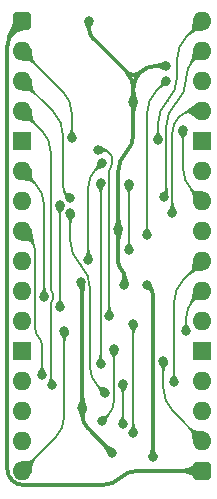
<source format=gbl>
%TF.GenerationSoftware,KiCad,Pcbnew,9.0.2*%
%TF.CreationDate,2025-08-22T18:41:55+02:00*%
%TF.ProjectId,Added 8bit,41646465-6420-4386-9269-742e6b696361,V0*%
%TF.SameCoordinates,Original*%
%TF.FileFunction,Copper,L2,Bot*%
%TF.FilePolarity,Positive*%
%FSLAX46Y46*%
G04 Gerber Fmt 4.6, Leading zero omitted, Abs format (unit mm)*
G04 Created by KiCad (PCBNEW 9.0.2) date 2025-08-22 18:41:55*
%MOMM*%
%LPD*%
G01*
G04 APERTURE LIST*
G04 Aperture macros list*
%AMRoundRect*
0 Rectangle with rounded corners*
0 $1 Rounding radius*
0 $2 $3 $4 $5 $6 $7 $8 $9 X,Y pos of 4 corners*
0 Add a 4 corners polygon primitive as box body*
4,1,4,$2,$3,$4,$5,$6,$7,$8,$9,$2,$3,0*
0 Add four circle primitives for the rounded corners*
1,1,$1+$1,$2,$3*
1,1,$1+$1,$4,$5*
1,1,$1+$1,$6,$7*
1,1,$1+$1,$8,$9*
0 Add four rect primitives between the rounded corners*
20,1,$1+$1,$2,$3,$4,$5,0*
20,1,$1+$1,$4,$5,$6,$7,0*
20,1,$1+$1,$6,$7,$8,$9,0*
20,1,$1+$1,$8,$9,$2,$3,0*%
G04 Aperture macros list end*
%TA.AperFunction,ComponentPad*%
%ADD10O,1.600000X1.600000*%
%TD*%
%TA.AperFunction,ComponentPad*%
%ADD11R,1.600000X1.600000*%
%TD*%
%TA.AperFunction,ComponentPad*%
%ADD12RoundRect,0.400000X-0.400000X-0.400000X0.400000X-0.400000X0.400000X0.400000X-0.400000X0.400000X0*%
%TD*%
%TA.AperFunction,ViaPad*%
%ADD13C,0.800000*%
%TD*%
%TA.AperFunction,Conductor*%
%ADD14C,0.380000*%
%TD*%
%TA.AperFunction,Conductor*%
%ADD15C,0.200000*%
%TD*%
G04 APERTURE END LIST*
D10*
%TO.P,J2,32,Pin_32*%
%TO.N,A_{6}*%
X15240000Y0D03*
%TO.P,J2,31,Pin_31*%
%TO.N,A_{7}*%
X15240000Y-2540000D03*
%TO.P,J2,30,Pin_30*%
%TO.N,C_{7}*%
X15240000Y-5080000D03*
%TO.P,J2,29,Pin_29*%
%TO.N,S_{7}*%
X15240000Y-7620000D03*
D11*
%TO.P,J2,28,Pin_28*%
%TO.N,GND*%
X15240000Y-10160000D03*
D10*
%TO.P,J2,27,Pin_27*%
%TO.N,S_{6}*%
X15240000Y-12700000D03*
%TO.P,J2,26,Pin_26*%
%TO.N,S_{5}*%
X15240000Y-15240000D03*
%TO.P,J2,25,Pin_25*%
%TO.N,S_{4}*%
X15240000Y-17780000D03*
%TO.P,J2,24,Pin_24*%
%TO.N,S_{3}*%
X15240000Y-20320000D03*
%TO.P,J2,23,Pin_23*%
%TO.N,S_{2}*%
X15240000Y-22860000D03*
%TO.P,J2,22,Pin_22*%
%TO.N,S_{1}*%
X15240000Y-25400000D03*
D11*
%TO.P,J2,21,Pin_21*%
%TO.N,GND*%
X15240000Y-27940000D03*
D10*
%TO.P,J2,20,Pin_20*%
%TO.N,S_{0}*%
X15240000Y-30480000D03*
%TO.P,J2,19,Pin_19*%
%TO.N,C_{0}*%
X15240000Y-33020000D03*
%TO.P,J2,18,Pin_18*%
%TO.N,B_{0}*%
X15240000Y-35560000D03*
D12*
%TO.P,J2,17,Pin_17*%
%TO.N,5V*%
X15240000Y-38100000D03*
D10*
%TO.P,J2,16,Pin_16*%
%TO.N,B_{1}*%
X0Y-38100000D03*
%TO.P,J2,15,Pin_15*%
%TO.N,B_{2}*%
X0Y-35560000D03*
%TO.P,J2,14,Pin_14*%
%TO.N,B_{3}*%
X0Y-33020000D03*
%TO.P,J2,13,Pin_13*%
%TO.N,B_{4}*%
X0Y-30480000D03*
D11*
%TO.P,J2,12,Pin_12*%
%TO.N,GND*%
X0Y-27940000D03*
D10*
%TO.P,J2,11,Pin_11*%
%TO.N,B_{5}*%
X0Y-25400000D03*
%TO.P,J2,10,Pin_10*%
%TO.N,B_{6}*%
X0Y-22860000D03*
%TO.P,J2,9,Pin_9*%
%TO.N,B_{7}*%
X0Y-20320000D03*
%TO.P,J2,8,Pin_8*%
%TO.N,A_{0}*%
X0Y-17780000D03*
%TO.P,J2,7,Pin_7*%
%TO.N,A_{1}*%
X0Y-15240000D03*
%TO.P,J2,6,Pin_6*%
%TO.N,A_{2}*%
X0Y-12700000D03*
D11*
%TO.P,J2,5,Pin_5*%
%TO.N,GND*%
X0Y-10160000D03*
D10*
%TO.P,J2,4,Pin_4*%
%TO.N,A_{3}*%
X0Y-7620000D03*
%TO.P,J2,3,Pin_3*%
%TO.N,A_{4}*%
X0Y-5080000D03*
%TO.P,J2,2,Pin_2*%
%TO.N,A_{5}*%
X0Y-2540000D03*
D12*
%TO.P,J2,1,Pin_1*%
%TO.N,5V*%
X0Y0D03*
%TD*%
D13*
%TO.N,GND*%
X12192000Y-3810000D03*
%TO.N,S_{3}*%
X12827000Y-30607000D03*
%TO.N,S_{2}*%
X13843000Y-26289000D03*
%TO.N,A_{0}*%
X1651000Y-29972000D03*
%TO.N,GND*%
X5080000Y-32766000D03*
X4936669Y-22126331D03*
X7620000Y-36576000D03*
X8128000Y-17653000D03*
X5627000Y-11582D03*
X9398000Y-6858000D03*
X8636000Y-22352000D03*
%TO.N,5V*%
X10541000Y-22352000D03*
X11049000Y-36957000D03*
%TO.N,Net-(IC3-C0)*%
X6985000Y-31496000D03*
X4064000Y-16298300D03*
%TO.N,A_{5}*%
X4179000Y-9906000D03*
%TO.N,B_{7}*%
X9017000Y-19431000D03*
X9017000Y-13843000D03*
%TO.N,S_{5}*%
X13580421Y-9271000D03*
%TO.N,B_{5}*%
X6421533Y-10903973D03*
X7366000Y-25019000D03*
%TO.N,A_{6}*%
X11480487Y-10054300D03*
%TO.N,B_{4}*%
X6616000Y-13716000D03*
X6631003Y-29072326D03*
%TO.N,S_{7}*%
X12700000Y-16256000D03*
%TO.N,A_{7}*%
X11950000Y-14917000D03*
%TO.N,A_{4}*%
X4064000Y-15028300D03*
%TO.N,B_{6}*%
X6731000Y-12065000D03*
X5588000Y-20229692D03*
%TO.N,B_{0}*%
X11937999Y-28828999D03*
%TO.N,A_{2}*%
X1851000Y-23344747D03*
%TO.N,A_{3}*%
X2540000Y-30861000D03*
%TO.N,B_{3}*%
X7747000Y-27813000D03*
X6731000Y-33909000D03*
%TO.N,A_{1}*%
X3175000Y-15621000D03*
X3175000Y-24257000D03*
%TO.N,B_{1}*%
X3556000Y-26289000D03*
%TO.N,B_{2}*%
X9398000Y-34925000D03*
X9398000Y-25654000D03*
%TO.N,C_{7}*%
X12192000Y-5080000D03*
X10541000Y-18161000D03*
%TO.N,C_{0}*%
X8509000Y-34163000D03*
X8497000Y-30734000D03*
%TD*%
D14*
%TO.N,5V*%
X9732164Y-38100000D02*
G75*
G03*
X8294499Y-38695499I-4J-2033160D01*
G01*
X8294500Y-38695500D02*
G75*
G02*
X6856835Y-39290999I-1437670J1437680D01*
G01*
X-634999Y-634999D02*
G75*
G03*
X-1270002Y-2168025I1533029J-1533031D01*
G01*
X-881664Y-38902664D02*
G75*
G03*
X55860Y-39291000I937528J937532D01*
G01*
X-1270000Y-37965139D02*
G75*
G03*
X-881664Y-38902664I1325868J3D01*
G01*
X10795000Y-22606000D02*
G75*
G02*
X11048996Y-23219210I-613200J-613200D01*
G01*
%TO.N,GND*%
X8128000Y-20468789D02*
G75*
G03*
X8381997Y-21082003I867200J-11D01*
G01*
X9398000Y-9642974D02*
G75*
G02*
X8763001Y-11176001I-2168040J4D01*
G01*
X8382000Y-21082000D02*
G75*
G02*
X8635996Y-21695210I-613200J-613200D01*
G01*
X5080000Y-33401000D02*
G75*
G03*
X5529017Y-34485007I1533000J0D01*
G01*
X5008334Y-22197996D02*
G75*
G02*
X5079986Y-22371012I-173034J-173004D01*
G01*
X5627000Y-589936D02*
G75*
G03*
X6035959Y-1577248I1396260J-4D01*
G01*
X11325820Y-3810000D02*
G75*
G03*
X9962640Y-4374640I-20J-1927800D01*
G01*
X9398000Y-5737820D02*
G75*
G03*
X8833354Y-4374645I-1927820J0D01*
G01*
X9962645Y-4374645D02*
G75*
G03*
X9398008Y-5737820I1363155J-1363155D01*
G01*
X8833354Y-4374645D02*
G75*
G03*
X9962646Y-4374646I564646J564645D01*
G01*
X8763000Y-11176000D02*
G75*
G03*
X8128011Y-12709025I1533000J-1533000D01*
G01*
D15*
%TO.N,C_{0}*%
X8497000Y-34142514D02*
G75*
G03*
X8503004Y-34156996I20500J14D01*
G01*
%TO.N,C_{7}*%
X11337896Y-5934103D02*
G75*
G03*
X10540994Y-7857981I1923904J-1923897D01*
G01*
%TO.N,B_{1}*%
X3556000Y-33417018D02*
G75*
G02*
X2759103Y-35340896I-2720777J2D01*
G01*
%TO.N,S_{2}*%
X14541500Y-23558500D02*
G75*
G03*
X13843012Y-25244828I1686300J-1686300D01*
G01*
%TO.N,B_{3}*%
X7747000Y-32174579D02*
G75*
G02*
X7239000Y-33401000I-1734420J-1D01*
G01*
%TO.N,A_{0}*%
X1376000Y-26776000D02*
G75*
G02*
X1650996Y-27439908I-663900J-663900D01*
G01*
X1101000Y-26112091D02*
G75*
G03*
X1376000Y-26776000I938910J1D01*
G01*
X550500Y-18330500D02*
G75*
G02*
X1101000Y-19659524I-1329030J-1329027D01*
G01*
%TO.N,A_{3}*%
X2401000Y-30623712D02*
G75*
G03*
X2470504Y-30791496I237300J12D01*
G01*
X2401000Y-22692664D02*
G75*
G03*
X2501003Y-22934083I341420J4D01*
G01*
X2601000Y-23513986D02*
G75*
G02*
X2501002Y-23755410I-341400J-14D01*
G01*
X2501000Y-22934086D02*
G75*
G02*
X2601001Y-23175507I-241400J-241414D01*
G01*
X2501000Y-23755408D02*
G75*
G03*
X2401015Y-23996829I241400J-241392D01*
G01*
X1604103Y-9224103D02*
G75*
G02*
X2401000Y-11147981I-1923880J-1923880D01*
G01*
%TO.N,A_{2}*%
X1054103Y-13754103D02*
G75*
G02*
X1851000Y-15677981I-1923880J-1923880D01*
G01*
%TO.N,S_{3}*%
X13623896Y-21936103D02*
G75*
G03*
X12826994Y-23859981I1923904J-1923897D01*
G01*
%TO.N,B_{0}*%
X11937999Y-31131017D02*
G75*
G03*
X12734894Y-33054896I2720771J-3D01*
G01*
%TO.N,B_{6}*%
X6159500Y-12636500D02*
G75*
G03*
X5588010Y-14016223I1379700J-1379700D01*
G01*
%TO.N,A_{4}*%
X3429000Y-13944287D02*
G75*
G03*
X3746499Y-14710801I1084010J-3D01*
G01*
X2632103Y-7712103D02*
G75*
G02*
X3428997Y-9635981I-1923883J-1923877D01*
G01*
%TO.N,A_{7}*%
X13843000Y-5016500D02*
G75*
G02*
X13079690Y-6859334I-2606200J0D01*
G01*
X12192000Y-14503880D02*
G75*
G02*
X12071006Y-14796006I-413100J-20D01*
G01*
X12988896Y-6950103D02*
G75*
G03*
X12191994Y-8873981I1923904J-1923897D01*
G01*
X14541500Y-3238500D02*
G75*
G03*
X13843012Y-4924828I1686300J-1686300D01*
G01*
%TO.N,S_{7}*%
X14512648Y-7620000D02*
G75*
G03*
X13270954Y-8134287I-48J-1756000D01*
G01*
X13242648Y-8162648D02*
G75*
G03*
X12700007Y-9472717I1310052J-1310052D01*
G01*
%TO.N,B_{4}*%
X6616000Y-29046714D02*
G75*
G03*
X6623511Y-29064814I25600J14D01*
G01*
%TO.N,A_{6}*%
X13081000Y-4842018D02*
G75*
G02*
X12284104Y-6765896I-2720770J-2D01*
G01*
X12277383Y-6772616D02*
G75*
G03*
X11480494Y-8696494I1923917J-1923884D01*
G01*
X13877896Y-1362103D02*
G75*
G03*
X13080994Y-3285981I1923904J-1923897D01*
G01*
%TO.N,B_{5}*%
X7493000Y-12363661D02*
G75*
G03*
X7365975Y-12670266I306600J-306639D01*
G01*
X7331716Y-11141716D02*
G75*
G03*
X6757753Y-10904012I-573916J-573984D01*
G01*
X7620000Y-12057055D02*
G75*
G02*
X7493000Y-12363661I-433620J5D01*
G01*
X7356986Y-11166986D02*
G75*
G02*
X7620026Y-11801957I-634986J-635014D01*
G01*
%TO.N,S_{5}*%
X13580421Y-12453439D02*
G75*
G03*
X14377318Y-14377316I2720769J-1D01*
G01*
%TO.N,A_{5}*%
X3382103Y-5922103D02*
G75*
G02*
X4178997Y-7845981I-1923883J-1923877D01*
G01*
%TO.N,Net-(IC3-C0)*%
X4918103Y-20666103D02*
G75*
G02*
X5714997Y-22589981I-1923883J-1923877D01*
G01*
X4064000Y-18685018D02*
G75*
G03*
X4860896Y-20608896I2720770J-2D01*
G01*
X5715000Y-29327974D02*
G75*
G03*
X6350001Y-30860999I2168030J4D01*
G01*
D14*
%TO.N,GND*%
X5529012Y-34485012D02*
X7620000Y-36576000D01*
X5080000Y-32766000D02*
X5080000Y-33401000D01*
X12192000Y-3810000D02*
X11325820Y-3810000D01*
%TO.N,5V*%
X-1270000Y-2168025D02*
X-1270000Y-37965139D01*
X-634999Y-634999D02*
X0Y0D01*
X6856835Y-39291000D02*
X55860Y-39291000D01*
X9732164Y-38100000D02*
X15240000Y-38100000D01*
D15*
%TO.N,S_{3}*%
X13623896Y-21936103D02*
X15240000Y-20320000D01*
X12827000Y-30607000D02*
X12827000Y-23859981D01*
%TO.N,B_{0}*%
X11937999Y-31131017D02*
X11937999Y-28828999D01*
X12734895Y-33054895D02*
X15240000Y-35560000D01*
%TO.N,S_{2}*%
X13843000Y-25244828D02*
X13843000Y-26289000D01*
X14541500Y-23558500D02*
X15240000Y-22860000D01*
%TO.N,A_{0}*%
X1101000Y-26112091D02*
X1101000Y-19659524D01*
X1651000Y-27439908D02*
X1651000Y-29972000D01*
X550500Y-18330500D02*
X0Y-17780000D01*
%TO.N,A_{3}*%
X2540000Y-30861000D02*
X2470500Y-30791500D01*
X2401000Y-30623712D02*
X2401000Y-23996829D01*
X2601000Y-23513986D02*
X2601000Y-23175507D01*
%TO.N,A_{2}*%
X1851000Y-23344747D02*
X1851000Y-15677981D01*
%TO.N,A_{3}*%
X2401000Y-22692664D02*
X2401000Y-11147981D01*
%TO.N,A_{2}*%
X1054103Y-13754103D02*
X0Y-12700000D01*
%TO.N,A_{3}*%
X1604103Y-9224103D02*
X0Y-7620000D01*
D14*
%TO.N,GND*%
X8128000Y-17653000D02*
X8128000Y-12709025D01*
X8128000Y-20468789D02*
X8128000Y-17653000D01*
X5008334Y-22197996D02*
X4936669Y-22126331D01*
X6035958Y-1577249D02*
X8833354Y-4374645D01*
X8636000Y-22352000D02*
X8636000Y-21695210D01*
X5627000Y-589936D02*
X5627000Y-11582D01*
X9398000Y-9642974D02*
X9398000Y-6858000D01*
X5080000Y-32766000D02*
X5080000Y-22371012D01*
X9398000Y-6858000D02*
X9398000Y-5737820D01*
%TO.N,5V*%
X10541000Y-22352000D02*
X10795000Y-22606000D01*
X11049000Y-36957000D02*
X11049000Y-23219210D01*
D15*
%TO.N,Net-(IC3-C0)*%
X6350000Y-30861000D02*
X6985000Y-31496000D01*
X4064000Y-18685018D02*
X4064000Y-16298300D01*
X4918103Y-20666103D02*
X4860896Y-20608896D01*
X5715000Y-22589981D02*
X5715000Y-29327974D01*
%TO.N,A_{5}*%
X3382103Y-5922103D02*
X0Y-2540000D01*
X4179000Y-7845981D02*
X4179000Y-9906000D01*
%TO.N,B_{7}*%
X9017000Y-13843000D02*
X9017000Y-19431000D01*
%TO.N,S_{5}*%
X14377317Y-14377317D02*
X15240000Y-15240000D01*
X13580421Y-12453439D02*
X13580421Y-9271000D01*
%TO.N,B_{5}*%
X7331716Y-11141716D02*
X7356986Y-11166986D01*
X7620000Y-12057055D02*
X7620000Y-11801957D01*
X7366000Y-12670266D02*
X7366000Y-25019000D01*
X6757753Y-10903973D02*
X6421533Y-10903973D01*
%TO.N,A_{6}*%
X13081000Y-4842018D02*
X13081000Y-3285981D01*
X12284103Y-6765895D02*
X12277383Y-6772616D01*
X11480487Y-8696494D02*
X11480487Y-10054300D01*
X13877896Y-1362103D02*
X15240000Y0D01*
%TO.N,B_{4}*%
X6616000Y-13716000D02*
X6616000Y-29046714D01*
X6623501Y-29064824D02*
X6631003Y-29072326D01*
%TO.N,S_{7}*%
X14512648Y-7620000D02*
X15240000Y-7620000D01*
X13270981Y-8134314D02*
X13242648Y-8162648D01*
X12700000Y-16256000D02*
X12700000Y-9472717D01*
%TO.N,A_{7}*%
X13079677Y-6859321D02*
X12988896Y-6950103D01*
X11950000Y-14917000D02*
X12071000Y-14796000D01*
X12192000Y-14503880D02*
X12192000Y-8873981D01*
X14541500Y-3238500D02*
X15240000Y-2540000D01*
X13843000Y-5016500D02*
X13843000Y-4924828D01*
%TO.N,A_{4}*%
X3429000Y-13944287D02*
X3429000Y-9635981D01*
X2632103Y-7712103D02*
X0Y-5080000D01*
X3746500Y-14710800D02*
X4064000Y-15028300D01*
%TO.N,B_{6}*%
X5588000Y-14016223D02*
X5588000Y-20229692D01*
X6159500Y-12636500D02*
X6731000Y-12065000D01*
%TO.N,B_{3}*%
X7747000Y-32174579D02*
X7747000Y-27813000D01*
X7239000Y-33401000D02*
X6731000Y-33909000D01*
%TO.N,A_{1}*%
X3175000Y-15621000D02*
X3175000Y-24257000D01*
%TO.N,B_{1}*%
X2759103Y-35340896D02*
X0Y-38100000D01*
X3556000Y-26289000D02*
X3556000Y-33417018D01*
%TO.N,B_{2}*%
X9398000Y-34925000D02*
X9398000Y-25654000D01*
%TO.N,C_{7}*%
X10541000Y-7857981D02*
X10541000Y-18161000D01*
X11337896Y-5934103D02*
X12192000Y-5080000D01*
%TO.N,C_{0}*%
X8503000Y-34157000D02*
X8509000Y-34163000D01*
X8497000Y-30734000D02*
X8497000Y-34142514D01*
%TD*%
%TA.AperFunction,Conductor*%
%TO.N,5V*%
G36*
X-783950Y280357D02*
G01*
X-4192Y2552D01*
X2446Y-3447D01*
X214847Y-453140D01*
X370131Y-781906D01*
X370566Y-790850D01*
X364549Y-797482D01*
X358718Y-798573D01*
X303530Y-794629D01*
X303517Y-794628D01*
X191283Y-796685D01*
X191269Y-796686D01*
X78895Y-809785D01*
X78886Y-809786D01*
X-44269Y-835836D01*
X-44290Y-835842D01*
X-165247Y-872685D01*
X-292667Y-923282D01*
X-292679Y-923288D01*
X-414484Y-983159D01*
X-414516Y-983177D01*
X-533214Y-1053143D01*
X-533227Y-1053151D01*
X-642477Y-1129184D01*
X-642489Y-1129193D01*
X-820392Y-1285995D01*
X-820393Y-1285996D01*
X-928867Y-1421626D01*
X-936709Y-1425946D01*
X-942480Y-1425127D01*
X-1273010Y-1288215D01*
X-1279342Y-1281883D01*
X-1279342Y-1272929D01*
X-1278623Y-1271485D01*
X-1195911Y-1130702D01*
X-1195907Y-1130694D01*
X-1195900Y-1130682D01*
X-1031640Y-791139D01*
X-1031627Y-791107D01*
X-905384Y-453140D01*
X-905383Y-453137D01*
X-827698Y-155914D01*
X-795089Y89813D01*
X-799573Y269043D01*
X-796354Y277400D01*
X-788170Y281032D01*
X-783950Y280357D01*
G37*
%TD.AperFunction*%
%TD*%
%TA.AperFunction,Conductor*%
%TO.N,5V*%
G36*
X10931182Y-22277874D02*
G01*
X10936009Y-22284749D01*
X10962119Y-22389210D01*
X10995087Y-22476991D01*
X11067946Y-22606746D01*
X11067958Y-22606765D01*
X11078195Y-22622914D01*
X11078628Y-22623656D01*
X11147846Y-22752941D01*
X11148561Y-22754560D01*
X11176943Y-22834774D01*
X11177279Y-22835902D01*
X11199691Y-22927683D01*
X11198325Y-22936532D01*
X11191100Y-22941824D01*
X11190607Y-22941933D01*
X10839973Y-23011675D01*
X10831191Y-23009928D01*
X10826605Y-23003941D01*
X10793149Y-22904775D01*
X10738609Y-22841173D01*
X10703368Y-22824034D01*
X10668126Y-22806895D01*
X10668121Y-22806893D01*
X10583712Y-22786003D01*
X10583473Y-22785942D01*
X10445175Y-22748602D01*
X10442921Y-22747735D01*
X10330495Y-22690551D01*
X10324674Y-22683745D01*
X10325370Y-22674818D01*
X10326051Y-22673651D01*
X10538104Y-22355076D01*
X10545539Y-22350090D01*
X10922406Y-22276105D01*
X10931182Y-22277874D01*
G37*
%TD.AperFunction*%
%TD*%
%TA.AperFunction,Conductor*%
%TO.N,A_{0}*%
G36*
X781621Y-17628015D02*
G01*
X786587Y-17635466D01*
X786643Y-17635773D01*
X837232Y-17933127D01*
X837316Y-17933705D01*
X864492Y-18161778D01*
X885864Y-18340357D01*
X939797Y-18591282D01*
X939800Y-18591295D01*
X994388Y-18759304D01*
X994394Y-18759321D01*
X1071305Y-18956995D01*
X1071111Y-18965947D01*
X1064878Y-18972046D01*
X900840Y-19039993D01*
X891886Y-19039993D01*
X885852Y-19034323D01*
X828388Y-18916788D01*
X761040Y-18820160D01*
X761038Y-18820158D01*
X761033Y-18820152D01*
X688652Y-18749890D01*
X688646Y-18749885D01*
X611232Y-18701546D01*
X611227Y-18701544D01*
X528790Y-18670702D01*
X491724Y-18663170D01*
X441336Y-18652931D01*
X441329Y-18652930D01*
X441327Y-18652930D01*
X251447Y-18638891D01*
X116331Y-18631433D01*
X115290Y-18631329D01*
X-81512Y-18602678D01*
X-83438Y-18602228D01*
X-263581Y-18543752D01*
X-265578Y-18542892D01*
X-433241Y-18451301D01*
X-438859Y-18444327D01*
X-437900Y-18435424D01*
X-437367Y-18434543D01*
X-255521Y-18161778D01*
X-3077Y-17783120D01*
X4359Y-17778139D01*
X772841Y-17626257D01*
X781621Y-17628015D01*
G37*
%TD.AperFunction*%
%TD*%
%TA.AperFunction,Conductor*%
%TO.N,A_{7}*%
G36*
X12288518Y-14197606D02*
G01*
X12291945Y-14205879D01*
X12291945Y-14205934D01*
X12291367Y-14329463D01*
X12291367Y-14329468D01*
X12290939Y-14412431D01*
X12299949Y-14592143D01*
X12340390Y-14827759D01*
X12338412Y-14836492D01*
X12331170Y-14841208D01*
X11954781Y-14917036D01*
X11945994Y-14915310D01*
X11945950Y-14915281D01*
X11628077Y-14701930D01*
X11623117Y-14694474D01*
X11624882Y-14685695D01*
X11625525Y-14684826D01*
X11681406Y-14616327D01*
X11682973Y-14614743D01*
X11749485Y-14559312D01*
X11751400Y-14558018D01*
X11886104Y-14485292D01*
X11886478Y-14485099D01*
X11952247Y-14453149D01*
X12027118Y-14398743D01*
X12053285Y-14364882D01*
X12073354Y-14322587D01*
X12087169Y-14265581D01*
X12091205Y-14205934D01*
X12091262Y-14205089D01*
X12095239Y-14197066D01*
X12102935Y-14194179D01*
X12280245Y-14194179D01*
X12288518Y-14197606D01*
G37*
%TD.AperFunction*%
%TD*%
%TA.AperFunction,Conductor*%
%TO.N,S_{7}*%
G36*
X14802055Y-6964553D02*
G01*
X14802273Y-6964868D01*
X15238184Y-7615507D01*
X15239942Y-7624287D01*
X15239937Y-7624313D01*
X15086333Y-8392597D01*
X15081351Y-8400038D01*
X15072566Y-8401776D01*
X15072025Y-8401654D01*
X14977894Y-8378141D01*
X14976793Y-8377808D01*
X14882117Y-8343989D01*
X14880648Y-8343347D01*
X14717276Y-8258120D01*
X14715780Y-8257190D01*
X14580134Y-8157942D01*
X14579355Y-8157319D01*
X14461508Y-8054587D01*
X14290008Y-7913060D01*
X14290007Y-7913059D01*
X14174849Y-7852784D01*
X14174847Y-7852783D01*
X14174843Y-7852782D01*
X14056005Y-7829593D01*
X14055996Y-7829592D01*
X13988744Y-7832234D01*
X13988743Y-7832234D01*
X13915297Y-7845922D01*
X13915290Y-7845924D01*
X13828775Y-7874041D01*
X13828750Y-7874050D01*
X13743077Y-7912797D01*
X13734127Y-7913084D01*
X13727831Y-7907448D01*
X13647304Y-7749393D01*
X13646602Y-7740466D01*
X13652186Y-7733778D01*
X13882593Y-7609896D01*
X14058156Y-7501744D01*
X14195712Y-7403462D01*
X14199386Y-7400565D01*
X14322158Y-7303786D01*
X14382899Y-7255612D01*
X14440190Y-7210175D01*
X14440599Y-7209866D01*
X14785727Y-6961877D01*
X14794444Y-6959834D01*
X14802055Y-6964553D01*
G37*
%TD.AperFunction*%
%TD*%
%TA.AperFunction,Conductor*%
%TO.N,B_{5}*%
G36*
X6653359Y-10577380D02*
G01*
X6945182Y-10759645D01*
X6945183Y-10759645D01*
X7236268Y-10941435D01*
X7241469Y-10948723D01*
X7239994Y-10957556D01*
X7239799Y-10957858D01*
X7141486Y-11105014D01*
X7134040Y-11109989D01*
X7125908Y-11108647D01*
X7077996Y-11080989D01*
X7077988Y-11080985D01*
X7077987Y-11080984D01*
X7077986Y-11080984D01*
X7057293Y-11073281D01*
X7027146Y-11062059D01*
X6981589Y-11055589D01*
X6940036Y-11059814D01*
X6863801Y-11093291D01*
X6788159Y-11148390D01*
X6747445Y-11179563D01*
X6746506Y-11180211D01*
X6630557Y-11252249D01*
X6628086Y-11253410D01*
X6512135Y-11292094D01*
X6503202Y-11291461D01*
X6497333Y-11284698D01*
X6496963Y-11283305D01*
X6421661Y-10908196D01*
X6423391Y-10899414D01*
X6637451Y-10580777D01*
X6644907Y-10575822D01*
X6653359Y-10577380D01*
G37*
%TD.AperFunction*%
%TD*%
%TA.AperFunction,Conductor*%
%TO.N,GND*%
G36*
X7202349Y-35888812D02*
G01*
X7202828Y-35889242D01*
X7295640Y-35972638D01*
X7381971Y-36031078D01*
X7460201Y-36068343D01*
X7537366Y-36096031D01*
X7537547Y-36096098D01*
X7663397Y-36143607D01*
X7664973Y-36144340D01*
X7715274Y-36172454D01*
X7831197Y-36237246D01*
X7836747Y-36244274D01*
X7835702Y-36253167D01*
X7835233Y-36253935D01*
X7622011Y-36574743D01*
X7618743Y-36578011D01*
X7297906Y-36791253D01*
X7289119Y-36792979D01*
X7281686Y-36787985D01*
X7281233Y-36787246D01*
X7190896Y-36626689D01*
X7190158Y-36625113D01*
X7140108Y-36493572D01*
X7140006Y-36493293D01*
X7118210Y-36431320D01*
X7054875Y-36304779D01*
X7009286Y-36243412D01*
X7001373Y-36232760D01*
X7001360Y-36232745D01*
X6932989Y-36158358D01*
X6929913Y-36149948D01*
X6933329Y-36142169D01*
X7186257Y-35889241D01*
X7194529Y-35885815D01*
X7202349Y-35888812D01*
G37*
%TD.AperFunction*%
%TD*%
%TA.AperFunction,Conductor*%
%TO.N,GND*%
G36*
X5460166Y-32841590D02*
G01*
X5467599Y-32846582D01*
X5469326Y-32855368D01*
X5469174Y-32856023D01*
X5447518Y-32938724D01*
X5447054Y-32940128D01*
X5416896Y-33015073D01*
X5416145Y-33016606D01*
X5348472Y-33132472D01*
X5348468Y-33132479D01*
X5292756Y-33227707D01*
X5263126Y-33334162D01*
X5260713Y-33405143D01*
X5268462Y-33480760D01*
X5265896Y-33489340D01*
X5258653Y-33493509D01*
X4905151Y-33549497D01*
X4896444Y-33547406D01*
X4891896Y-33540464D01*
X4845554Y-33330643D01*
X4807354Y-33227707D01*
X4791506Y-33185001D01*
X4751131Y-33081781D01*
X4750871Y-33081039D01*
X4719359Y-32980119D01*
X4719138Y-32979309D01*
X4690415Y-32855773D01*
X4691879Y-32846939D01*
X4699161Y-32841728D01*
X4699472Y-32841660D01*
X5077536Y-32765477D01*
X5082148Y-32765477D01*
X5460166Y-32841590D01*
G37*
%TD.AperFunction*%
%TD*%
%TA.AperFunction,Conductor*%
%TO.N,GND*%
G36*
X12110697Y-3422171D02*
G01*
X12116247Y-3429199D01*
X12116459Y-3430073D01*
X12192534Y-3807689D01*
X12192534Y-3812311D01*
X12116452Y-4189961D01*
X12111458Y-4197394D01*
X12102671Y-4199120D01*
X12101829Y-4198917D01*
X11924420Y-4149264D01*
X11922783Y-4148671D01*
X11794395Y-4091056D01*
X11794125Y-4090931D01*
X11734886Y-4062519D01*
X11734881Y-4062517D01*
X11734877Y-4062515D01*
X11734873Y-4062513D01*
X11734869Y-4062512D01*
X11600619Y-4017821D01*
X11511853Y-4004727D01*
X11410893Y-4000472D01*
X11402772Y-3996699D01*
X11399686Y-3988782D01*
X11399686Y-3631091D01*
X11403113Y-3622818D01*
X11410761Y-3619408D01*
X11536001Y-3612716D01*
X11638370Y-3592994D01*
X11720038Y-3564027D01*
X11794250Y-3529009D01*
X11916945Y-3473562D01*
X11918569Y-3472969D01*
X12101805Y-3421126D01*
X12110697Y-3422171D01*
G37*
%TD.AperFunction*%
%TD*%
%TA.AperFunction,Conductor*%
%TO.N,5V*%
G36*
X14694001Y-37342686D02*
G01*
X14698399Y-37346382D01*
X15236078Y-38093164D01*
X15238131Y-38101880D01*
X15236078Y-38106836D01*
X14698388Y-38853632D01*
X14690773Y-38858344D01*
X14682057Y-38856291D01*
X14678366Y-38851902D01*
X14627512Y-38747054D01*
X14614168Y-38729717D01*
X14574141Y-38677712D01*
X14574138Y-38677709D01*
X14510376Y-38614030D01*
X14424422Y-38546399D01*
X14424417Y-38546395D01*
X14329299Y-38486643D01*
X14329287Y-38486636D01*
X14211067Y-38427161D01*
X14211051Y-38427154D01*
X14088645Y-38378331D01*
X14032374Y-38360909D01*
X13958664Y-38338089D01*
X13958659Y-38338087D01*
X13958653Y-38338086D01*
X13834204Y-38309971D01*
X13834195Y-38309970D01*
X13741858Y-38300474D01*
X13650503Y-38291080D01*
X13642624Y-38286824D01*
X13640000Y-38279441D01*
X13640000Y-37921109D01*
X13643427Y-37912836D01*
X13651093Y-37909425D01*
X13724431Y-37905628D01*
X13959625Y-37861654D01*
X14191256Y-37781537D01*
X14383921Y-37680617D01*
X14528681Y-37569181D01*
X14628003Y-37452201D01*
X14678375Y-37348118D01*
X14685061Y-37342167D01*
X14694001Y-37342686D01*
G37*
%TD.AperFunction*%
%TD*%
%TA.AperFunction,Conductor*%
%TO.N,S_{3}*%
G36*
X14467414Y-20166310D02*
G01*
X15233020Y-20317772D01*
X15240470Y-20322740D01*
X15242227Y-20326979D01*
X15393709Y-21092684D01*
X15391952Y-21101465D01*
X15384502Y-21106433D01*
X15384044Y-21106514D01*
X15146365Y-21143784D01*
X15145616Y-21143876D01*
X14945876Y-21162122D01*
X14719649Y-21187250D01*
X14719645Y-21187250D01*
X14719643Y-21187251D01*
X14660783Y-21204658D01*
X14565507Y-21232835D01*
X14486924Y-21271742D01*
X14486921Y-21271744D01*
X14404225Y-21324926D01*
X14303030Y-21405391D01*
X14303029Y-21405392D01*
X14198473Y-21503459D01*
X14190094Y-21506619D01*
X14182196Y-21503198D01*
X14056804Y-21377806D01*
X14053377Y-21369533D01*
X14056547Y-21361525D01*
X14153368Y-21258393D01*
X14233216Y-21158360D01*
X14291992Y-21066428D01*
X14333356Y-20979335D01*
X14360967Y-20893820D01*
X14378484Y-20806622D01*
X14397876Y-20614127D01*
X14410305Y-20468480D01*
X14410384Y-20467808D01*
X14453573Y-20176074D01*
X14458175Y-20168393D01*
X14466860Y-20166215D01*
X14467414Y-20166310D01*
G37*
%TD.AperFunction*%
%TD*%
%TA.AperFunction,Conductor*%
%TO.N,S_{3}*%
G36*
X12924488Y-29818113D02*
G01*
X12927876Y-29825435D01*
X12937958Y-29949120D01*
X12967312Y-30048714D01*
X12967313Y-30048716D01*
X13009785Y-30126178D01*
X13060113Y-30194247D01*
X13060168Y-30194319D01*
X13098272Y-30244635D01*
X13099049Y-30245801D01*
X13168858Y-30365647D01*
X13169704Y-30367430D01*
X13196592Y-30439177D01*
X13196981Y-30440421D01*
X13216311Y-30517056D01*
X13215011Y-30525916D01*
X13207828Y-30531263D01*
X13207277Y-30531388D01*
X12829311Y-30607534D01*
X12824689Y-30607534D01*
X12446929Y-30531430D01*
X12439496Y-30526436D01*
X12437770Y-30517649D01*
X12437946Y-30516906D01*
X12458797Y-30439789D01*
X12465559Y-30414778D01*
X12466139Y-30413135D01*
X12504451Y-30326062D01*
X12505480Y-30324203D01*
X12593887Y-30194247D01*
X12593917Y-30194203D01*
X12662665Y-30096644D01*
X12708932Y-29982062D01*
X12722241Y-29906673D01*
X12726426Y-29825782D01*
X12730275Y-29817697D01*
X12738110Y-29814686D01*
X12916215Y-29814686D01*
X12924488Y-29818113D01*
G37*
%TD.AperFunction*%
%TD*%
%TA.AperFunction,Conductor*%
%TO.N,B_{0}*%
G36*
X12318069Y-28904568D02*
G01*
X12325502Y-28909562D01*
X12327228Y-28918349D01*
X12327052Y-28919092D01*
X12299441Y-29021212D01*
X12298856Y-29022870D01*
X12260549Y-29109929D01*
X12259514Y-29111798D01*
X12171161Y-29241678D01*
X12171051Y-29241836D01*
X12102334Y-29339352D01*
X12056067Y-29453936D01*
X12042757Y-29529331D01*
X12042756Y-29529340D01*
X12038573Y-29610217D01*
X12034724Y-29618302D01*
X12026889Y-29621313D01*
X11848784Y-29621313D01*
X11840511Y-29617886D01*
X11837123Y-29610564D01*
X11830501Y-29529331D01*
X11827041Y-29486879D01*
X11797687Y-29387286D01*
X11797685Y-29387282D01*
X11755212Y-29309820D01*
X11704885Y-29241751D01*
X11696275Y-29230382D01*
X11666723Y-29191358D01*
X11665949Y-29190196D01*
X11619194Y-29109929D01*
X11596139Y-29070349D01*
X11595294Y-29068567D01*
X11568406Y-28996821D01*
X11568017Y-28995577D01*
X11548687Y-28918938D01*
X11549987Y-28910082D01*
X11557170Y-28904735D01*
X11557712Y-28904611D01*
X11935691Y-28828464D01*
X11940307Y-28828464D01*
X12318069Y-28904568D01*
G37*
%TD.AperFunction*%
%TD*%
%TA.AperFunction,Conductor*%
%TO.N,B_{0}*%
G36*
X14198474Y-34376547D02*
G01*
X14301601Y-34473364D01*
X14301604Y-34473366D01*
X14301606Y-34473368D01*
X14401640Y-34553216D01*
X14493572Y-34611992D01*
X14580664Y-34653356D01*
X14639579Y-34672378D01*
X14666175Y-34680966D01*
X14666177Y-34680966D01*
X14666179Y-34680967D01*
X14753377Y-34698485D01*
X14945873Y-34717876D01*
X15091514Y-34730305D01*
X15092193Y-34730384D01*
X15383923Y-34773573D01*
X15391606Y-34778175D01*
X15393784Y-34786860D01*
X15393688Y-34787418D01*
X15242227Y-35553020D01*
X15237259Y-35560470D01*
X15233020Y-35562227D01*
X14467315Y-35713709D01*
X14458534Y-35711952D01*
X14453566Y-35704502D01*
X14453492Y-35704088D01*
X14416213Y-35466351D01*
X14416123Y-35465616D01*
X14397876Y-35265876D01*
X14397876Y-35265873D01*
X14372748Y-35039645D01*
X14327165Y-34885514D01*
X14288254Y-34806921D01*
X14235073Y-34724227D01*
X14154608Y-34623032D01*
X14056538Y-34518473D01*
X14053379Y-34510095D01*
X14056799Y-34502198D01*
X14182194Y-34376803D01*
X14190466Y-34373377D01*
X14198474Y-34376547D01*
G37*
%TD.AperFunction*%
%TD*%
%TA.AperFunction,Conductor*%
%TO.N,S_{2}*%
G36*
X13940488Y-25500113D02*
G01*
X13943876Y-25507435D01*
X13953958Y-25631120D01*
X13983312Y-25730714D01*
X13983313Y-25730716D01*
X14025785Y-25808178D01*
X14076113Y-25876247D01*
X14076168Y-25876319D01*
X14114272Y-25926635D01*
X14115049Y-25927801D01*
X14184858Y-26047647D01*
X14185704Y-26049430D01*
X14212592Y-26121177D01*
X14212981Y-26122421D01*
X14232311Y-26199056D01*
X14231011Y-26207916D01*
X14223828Y-26213263D01*
X14223277Y-26213388D01*
X13845311Y-26289534D01*
X13840689Y-26289534D01*
X13462929Y-26213430D01*
X13455496Y-26208436D01*
X13453770Y-26199649D01*
X13453946Y-26198906D01*
X13474797Y-26121789D01*
X13481559Y-26096778D01*
X13482139Y-26095135D01*
X13520451Y-26008062D01*
X13521480Y-26006203D01*
X13609887Y-25876247D01*
X13609917Y-25876203D01*
X13678665Y-25778644D01*
X13724932Y-25664062D01*
X13738241Y-25588673D01*
X13742426Y-25507782D01*
X13746275Y-25499697D01*
X13754110Y-25496686D01*
X13932215Y-25496686D01*
X13940488Y-25500113D01*
G37*
%TD.AperFunction*%
%TD*%
%TA.AperFunction,Conductor*%
%TO.N,S_{2}*%
G36*
X14467315Y-22706288D02*
G01*
X15232814Y-22857614D01*
X15240264Y-22862580D01*
X15242021Y-22866819D01*
X15393695Y-23632627D01*
X15391941Y-23641408D01*
X15384491Y-23646377D01*
X15383978Y-23646467D01*
X15262953Y-23664879D01*
X15261967Y-23664986D01*
X15141441Y-23672980D01*
X15140456Y-23673004D01*
X14929092Y-23669186D01*
X14928961Y-23669183D01*
X14799094Y-23665389D01*
X14799078Y-23665390D01*
X14661365Y-23678512D01*
X14550693Y-23720895D01*
X14550689Y-23720897D01*
X14497226Y-23757681D01*
X14497215Y-23757690D01*
X14444547Y-23807125D01*
X14444531Y-23807142D01*
X14387077Y-23877930D01*
X14387066Y-23877945D01*
X14335232Y-23958929D01*
X14327886Y-23964050D01*
X14319528Y-23962755D01*
X14165724Y-23873957D01*
X14160273Y-23866852D01*
X14161207Y-23858401D01*
X14274820Y-23641345D01*
X14341583Y-23464588D01*
X14374740Y-23309853D01*
X14392738Y-23148918D01*
X14392739Y-23148903D01*
X14392745Y-23148854D01*
X14398143Y-23095216D01*
X14403959Y-23037435D01*
X14404031Y-23036871D01*
X14453512Y-22715988D01*
X14458159Y-22708335D01*
X14466858Y-22706209D01*
X14467315Y-22706288D01*
G37*
%TD.AperFunction*%
%TD*%
%TA.AperFunction,Conductor*%
%TO.N,A_{0}*%
G36*
X1748488Y-29183113D02*
G01*
X1751876Y-29190435D01*
X1761958Y-29314120D01*
X1791312Y-29413714D01*
X1791313Y-29413716D01*
X1833785Y-29491178D01*
X1884113Y-29559247D01*
X1884168Y-29559319D01*
X1922272Y-29609635D01*
X1923049Y-29610801D01*
X1992858Y-29730647D01*
X1993704Y-29732430D01*
X2020592Y-29804177D01*
X2020981Y-29805421D01*
X2040311Y-29882056D01*
X2039011Y-29890916D01*
X2031828Y-29896263D01*
X2031277Y-29896388D01*
X1653311Y-29972534D01*
X1648689Y-29972534D01*
X1270929Y-29896430D01*
X1263496Y-29891436D01*
X1261770Y-29882649D01*
X1261946Y-29881906D01*
X1282797Y-29804789D01*
X1289559Y-29779778D01*
X1290139Y-29778135D01*
X1328451Y-29691062D01*
X1329480Y-29689203D01*
X1417887Y-29559247D01*
X1417917Y-29559203D01*
X1486665Y-29461644D01*
X1532932Y-29347062D01*
X1546241Y-29271673D01*
X1550426Y-29190782D01*
X1554275Y-29182697D01*
X1562110Y-29179686D01*
X1740215Y-29179686D01*
X1748488Y-29183113D01*
G37*
%TD.AperFunction*%
%TD*%
%TA.AperFunction,Conductor*%
%TO.N,A_{3}*%
G36*
X2498678Y-30097365D02*
G01*
X2502047Y-30104480D01*
X2509165Y-30176095D01*
X2513622Y-30220937D01*
X2548688Y-30308621D01*
X2601987Y-30372667D01*
X2669260Y-30428711D01*
X2669367Y-30428801D01*
X2769450Y-30514235D01*
X2770873Y-30515681D01*
X2828296Y-30585171D01*
X2849508Y-30610842D01*
X2864354Y-30628807D01*
X2866982Y-30637367D01*
X2862788Y-30645279D01*
X2861855Y-30645975D01*
X2544049Y-30859281D01*
X2535270Y-30861046D01*
X2535218Y-30861036D01*
X2159681Y-30785380D01*
X2152248Y-30780386D01*
X2150522Y-30771599D01*
X2150630Y-30771120D01*
X2190232Y-30611826D01*
X2190519Y-30610856D01*
X2231906Y-30491163D01*
X2231938Y-30491074D01*
X2239147Y-30471575D01*
X2283219Y-30321402D01*
X2296277Y-30223179D01*
X2300588Y-30105210D01*
X2304314Y-30097068D01*
X2312280Y-30093938D01*
X2490405Y-30093938D01*
X2498678Y-30097365D01*
G37*
%TD.AperFunction*%
%TD*%
%TA.AperFunction,Conductor*%
%TO.N,A_{2}*%
G36*
X1948488Y-22555860D02*
G01*
X1951876Y-22563182D01*
X1961958Y-22686867D01*
X1991312Y-22786461D01*
X1991313Y-22786463D01*
X2033785Y-22863925D01*
X2084113Y-22931994D01*
X2084168Y-22932066D01*
X2122272Y-22982382D01*
X2123049Y-22983548D01*
X2192858Y-23103394D01*
X2193704Y-23105177D01*
X2220592Y-23176924D01*
X2220981Y-23178168D01*
X2240311Y-23254803D01*
X2239011Y-23263663D01*
X2231828Y-23269010D01*
X2231277Y-23269135D01*
X1853311Y-23345281D01*
X1848689Y-23345281D01*
X1470929Y-23269177D01*
X1463496Y-23264183D01*
X1461770Y-23255396D01*
X1461946Y-23254653D01*
X1482797Y-23177536D01*
X1489559Y-23152525D01*
X1490139Y-23150882D01*
X1528451Y-23063809D01*
X1529480Y-23061950D01*
X1617887Y-22931994D01*
X1617917Y-22931950D01*
X1686665Y-22834391D01*
X1732932Y-22719809D01*
X1746241Y-22644420D01*
X1750426Y-22563529D01*
X1754275Y-22555444D01*
X1762110Y-22552433D01*
X1940215Y-22552433D01*
X1948488Y-22555860D01*
G37*
%TD.AperFunction*%
%TD*%
%TA.AperFunction,Conductor*%
%TO.N,A_{2}*%
G36*
X781309Y-12548078D02*
G01*
X786277Y-12555528D01*
X786380Y-12556136D01*
X820977Y-12797134D01*
X821078Y-12798147D01*
X832202Y-12998128D01*
X845087Y-13188995D01*
X845088Y-13189002D01*
X881083Y-13335550D01*
X881089Y-13335565D01*
X914276Y-13409518D01*
X914278Y-13409521D01*
X961074Y-13487421D01*
X961082Y-13487434D01*
X1025236Y-13572104D01*
X1031812Y-13580783D01*
X1099783Y-13655715D01*
X1118171Y-13675987D01*
X1121191Y-13684417D01*
X1117666Y-13692232D01*
X990527Y-13815985D01*
X982208Y-13819300D01*
X974287Y-13816064D01*
X883823Y-13729701D01*
X883820Y-13729698D01*
X794130Y-13658568D01*
X794127Y-13658566D01*
X794120Y-13658561D01*
X710875Y-13607143D01*
X710861Y-13607136D01*
X631549Y-13572104D01*
X631544Y-13572102D01*
X553642Y-13550130D01*
X553631Y-13550128D01*
X474666Y-13537906D01*
X447346Y-13536553D01*
X303461Y-13529429D01*
X303425Y-13529427D01*
X109211Y-13520993D01*
X108128Y-13520895D01*
X-143776Y-13486315D01*
X-151506Y-13481795D01*
X-153776Y-13473133D01*
X-153663Y-13472453D01*
X-59813Y-12998086D01*
X-2217Y-12706969D01*
X2750Y-12699520D01*
X6986Y-12697764D01*
X772529Y-12546321D01*
X781309Y-12548078D01*
G37*
%TD.AperFunction*%
%TD*%
%TA.AperFunction,Conductor*%
%TO.N,A_{3}*%
G36*
X781465Y-7468047D02*
G01*
X786433Y-7475497D01*
X786514Y-7475955D01*
X823784Y-7713633D01*
X823876Y-7714382D01*
X842123Y-7914122D01*
X867250Y-8140347D01*
X867251Y-8140354D01*
X902065Y-8258073D01*
X912835Y-8294489D01*
X951743Y-8373075D01*
X951745Y-8373078D01*
X1004927Y-8455773D01*
X1061278Y-8526642D01*
X1085391Y-8556967D01*
X1085392Y-8556968D01*
X1183460Y-8661525D01*
X1186620Y-8669904D01*
X1183199Y-8677802D01*
X1057806Y-8803195D01*
X1049533Y-8806622D01*
X1041525Y-8803452D01*
X938397Y-8706635D01*
X938393Y-8706632D01*
X892238Y-8669790D01*
X838360Y-8626783D01*
X746427Y-8568007D01*
X659334Y-8526643D01*
X659331Y-8526642D01*
X573823Y-8499032D01*
X486629Y-8481516D01*
X486615Y-8481514D01*
X294154Y-8462126D01*
X148504Y-8449695D01*
X147786Y-8449611D01*
X-143923Y-8406426D01*
X-151606Y-8401824D01*
X-153784Y-8393139D01*
X-153688Y-8392581D01*
X-2228Y-7626979D01*
X2740Y-7619529D01*
X6976Y-7617772D01*
X772686Y-7466290D01*
X781465Y-7468047D01*
G37*
%TD.AperFunction*%
%TD*%
%TA.AperFunction,Conductor*%
%TO.N,GND*%
G36*
X8315182Y-16864113D02*
G01*
X8318592Y-16871762D01*
X8325283Y-16997001D01*
X8336481Y-17055121D01*
X8345006Y-17099371D01*
X8345007Y-17099373D01*
X8373973Y-17181038D01*
X8373973Y-17181040D01*
X8408945Y-17255153D01*
X8409026Y-17255328D01*
X8464434Y-17377941D01*
X8465030Y-17379574D01*
X8516873Y-17562804D01*
X8515828Y-17571697D01*
X8508800Y-17577247D01*
X8507926Y-17577459D01*
X8130311Y-17653534D01*
X8125689Y-17653534D01*
X7748038Y-17577452D01*
X7740605Y-17572458D01*
X7738879Y-17563671D01*
X7739082Y-17562829D01*
X7788735Y-17385419D01*
X7789325Y-17383788D01*
X7846974Y-17255328D01*
X7847041Y-17255182D01*
X7875485Y-17195876D01*
X7920179Y-17061614D01*
X7933272Y-16972856D01*
X7937528Y-16871893D01*
X7941301Y-16863772D01*
X7949218Y-16860686D01*
X8306909Y-16860686D01*
X8315182Y-16864113D01*
G37*
%TD.AperFunction*%
%TD*%
%TA.AperFunction,Conductor*%
%TO.N,GND*%
G36*
X8507961Y-17728547D02*
G01*
X8515394Y-17733541D01*
X8517120Y-17742328D01*
X8516917Y-17743170D01*
X8467264Y-17920578D01*
X8466671Y-17922215D01*
X8409056Y-18050602D01*
X8408931Y-18050872D01*
X8380519Y-18110111D01*
X8380512Y-18110129D01*
X8335821Y-18244380D01*
X8322727Y-18333146D01*
X8318472Y-18434107D01*
X8314699Y-18442228D01*
X8306782Y-18445314D01*
X7949091Y-18445314D01*
X7940818Y-18441887D01*
X7937408Y-18434238D01*
X7930716Y-18308998D01*
X7910994Y-18206629D01*
X7882027Y-18124961D01*
X7847038Y-18050811D01*
X7846973Y-18050670D01*
X7846942Y-18050602D01*
X7791564Y-17928057D01*
X7790968Y-17926424D01*
X7739126Y-17743195D01*
X7740171Y-17734302D01*
X7747199Y-17728752D01*
X7748060Y-17728542D01*
X8125692Y-17652465D01*
X8130308Y-17652465D01*
X8507961Y-17728547D01*
G37*
%TD.AperFunction*%
%TD*%
%TA.AperFunction,Conductor*%
%TO.N,GND*%
G36*
X8818729Y-21576797D02*
G01*
X8823581Y-21583694D01*
X8873348Y-21783248D01*
X8873350Y-21783254D01*
X8873352Y-21783262D01*
X8877645Y-21795003D01*
X8924600Y-21923427D01*
X8962072Y-22022158D01*
X8962317Y-22022875D01*
X8994799Y-22128624D01*
X8995016Y-22129432D01*
X9025613Y-22262243D01*
X9024131Y-22271075D01*
X9016839Y-22276271D01*
X9016523Y-22276339D01*
X8638506Y-22352514D01*
X8633886Y-22352515D01*
X8255913Y-22276425D01*
X8248479Y-22271433D01*
X8246752Y-22262646D01*
X8246916Y-22261945D01*
X8268433Y-22181897D01*
X8268963Y-22180363D01*
X8290603Y-22129432D01*
X8299860Y-22107643D01*
X8300706Y-22106022D01*
X8371220Y-21993563D01*
X8431992Y-21895347D01*
X8458930Y-21795003D01*
X8459434Y-21728124D01*
X8459433Y-21728116D01*
X8459433Y-21728113D01*
X8454858Y-21695130D01*
X8449700Y-21657934D01*
X8451958Y-21649271D01*
X8459005Y-21644854D01*
X8809947Y-21575050D01*
X8818729Y-21576797D01*
G37*
%TD.AperFunction*%
%TD*%
%TA.AperFunction,Conductor*%
%TO.N,GND*%
G36*
X6007061Y-87150D02*
G01*
X6014494Y-92143D01*
X6016221Y-100929D01*
X6016044Y-101680D01*
X5995759Y-176533D01*
X5995197Y-178135D01*
X5965692Y-246048D01*
X5964767Y-247768D01*
X5896951Y-351970D01*
X5896901Y-352046D01*
X5843455Y-432782D01*
X5812334Y-528018D01*
X5812333Y-528022D01*
X5808844Y-591791D01*
X5815334Y-659009D01*
X5812718Y-667573D01*
X5805518Y-671689D01*
X5451793Y-727712D01*
X5443086Y-725621D01*
X5438576Y-718846D01*
X5394071Y-530457D01*
X5393036Y-528022D01*
X5352572Y-432782D01*
X5338803Y-400373D01*
X5292043Y-294707D01*
X5291645Y-293677D01*
X5262604Y-206497D01*
X5262323Y-205513D01*
X5237497Y-101406D01*
X5238911Y-92564D01*
X5246164Y-87311D01*
X5246514Y-87234D01*
X5624536Y-11059D01*
X5629148Y-11059D01*
X6007061Y-87150D01*
G37*
%TD.AperFunction*%
%TD*%
%TA.AperFunction,Conductor*%
%TO.N,GND*%
G36*
X9777961Y-6933547D02*
G01*
X9785394Y-6938541D01*
X9787120Y-6947328D01*
X9786917Y-6948170D01*
X9737264Y-7125578D01*
X9736671Y-7127215D01*
X9679056Y-7255602D01*
X9678931Y-7255872D01*
X9650519Y-7315111D01*
X9650512Y-7315129D01*
X9605821Y-7449380D01*
X9592727Y-7538146D01*
X9588472Y-7639107D01*
X9584699Y-7647228D01*
X9576782Y-7650314D01*
X9219091Y-7650314D01*
X9210818Y-7646887D01*
X9207408Y-7639238D01*
X9200716Y-7513998D01*
X9180994Y-7411629D01*
X9152027Y-7329961D01*
X9117038Y-7255811D01*
X9116973Y-7255670D01*
X9116942Y-7255602D01*
X9061564Y-7133057D01*
X9060968Y-7131424D01*
X9009126Y-6948195D01*
X9010171Y-6939302D01*
X9017199Y-6933752D01*
X9018060Y-6933542D01*
X9395692Y-6857465D01*
X9400308Y-6857465D01*
X9777961Y-6933547D01*
G37*
%TD.AperFunction*%
%TD*%
%TA.AperFunction,Conductor*%
%TO.N,GND*%
G36*
X5267182Y-31977113D02*
G01*
X5270592Y-31984762D01*
X5277283Y-32110001D01*
X5288481Y-32168121D01*
X5297006Y-32212371D01*
X5297007Y-32212373D01*
X5325973Y-32294038D01*
X5325973Y-32294040D01*
X5360945Y-32368153D01*
X5361026Y-32368328D01*
X5416434Y-32490941D01*
X5417030Y-32492574D01*
X5468873Y-32675804D01*
X5467828Y-32684697D01*
X5460800Y-32690247D01*
X5459926Y-32690459D01*
X5082311Y-32766534D01*
X5077689Y-32766534D01*
X4700038Y-32690452D01*
X4692605Y-32685458D01*
X4690879Y-32676671D01*
X4691082Y-32675829D01*
X4740735Y-32498419D01*
X4741325Y-32496788D01*
X4798974Y-32368328D01*
X4799041Y-32368182D01*
X4827485Y-32308876D01*
X4872179Y-32174614D01*
X4885272Y-32085856D01*
X4889528Y-31984893D01*
X4893301Y-31976772D01*
X4901218Y-31973686D01*
X5258909Y-31973686D01*
X5267182Y-31977113D01*
G37*
%TD.AperFunction*%
%TD*%
%TA.AperFunction,Conductor*%
%TO.N,GND*%
G36*
X4941429Y-22126290D02*
G01*
X5317886Y-22202131D01*
X5325319Y-22207125D01*
X5327115Y-22215531D01*
X5276627Y-22517347D01*
X5276626Y-22517363D01*
X5269815Y-22790701D01*
X5269979Y-22879878D01*
X5266567Y-22888157D01*
X5258300Y-22891599D01*
X4900867Y-22891599D01*
X4892594Y-22888172D01*
X4889199Y-22880761D01*
X4880322Y-22760594D01*
X4873358Y-22737520D01*
X4852468Y-22668297D01*
X4808210Y-22597115D01*
X4749318Y-22529457D01*
X4749315Y-22529453D01*
X4721044Y-22498301D01*
X4720486Y-22497639D01*
X4611818Y-22358468D01*
X4609428Y-22349838D01*
X4613839Y-22342045D01*
X4614510Y-22341558D01*
X4932619Y-22128048D01*
X4941398Y-22126284D01*
X4941429Y-22126290D01*
G37*
%TD.AperFunction*%
%TD*%
%TA.AperFunction,Conductor*%
%TO.N,GND*%
G36*
X9585182Y-6069113D02*
G01*
X9588592Y-6076762D01*
X9595283Y-6202001D01*
X9606481Y-6260121D01*
X9615006Y-6304371D01*
X9615007Y-6304373D01*
X9643973Y-6386038D01*
X9643973Y-6386040D01*
X9678945Y-6460153D01*
X9679026Y-6460328D01*
X9734434Y-6582941D01*
X9735030Y-6584574D01*
X9786873Y-6767804D01*
X9785828Y-6776697D01*
X9778800Y-6782247D01*
X9777926Y-6782459D01*
X9400311Y-6858534D01*
X9395689Y-6858534D01*
X9018038Y-6782452D01*
X9010605Y-6777458D01*
X9008879Y-6768671D01*
X9009082Y-6767829D01*
X9058735Y-6590419D01*
X9059325Y-6588788D01*
X9116974Y-6460328D01*
X9117041Y-6460182D01*
X9145485Y-6400876D01*
X9190179Y-6266614D01*
X9203272Y-6177856D01*
X9207528Y-6076893D01*
X9211301Y-6068772D01*
X9219218Y-6065686D01*
X9576909Y-6065686D01*
X9585182Y-6069113D01*
G37*
%TD.AperFunction*%
%TD*%
%TA.AperFunction,Conductor*%
%TO.N,5V*%
G36*
X11236182Y-36168113D02*
G01*
X11239592Y-36175762D01*
X11246283Y-36301001D01*
X11257481Y-36359121D01*
X11266006Y-36403371D01*
X11266007Y-36403373D01*
X11294973Y-36485038D01*
X11294973Y-36485040D01*
X11329945Y-36559153D01*
X11330026Y-36559328D01*
X11385434Y-36681941D01*
X11386030Y-36683574D01*
X11437873Y-36866804D01*
X11436828Y-36875697D01*
X11429800Y-36881247D01*
X11428926Y-36881459D01*
X11051311Y-36957534D01*
X11046689Y-36957534D01*
X10669038Y-36881452D01*
X10661605Y-36876458D01*
X10659879Y-36867671D01*
X10660082Y-36866829D01*
X10709735Y-36689419D01*
X10710325Y-36687788D01*
X10767974Y-36559328D01*
X10768041Y-36559182D01*
X10796485Y-36499876D01*
X10841179Y-36365614D01*
X10854272Y-36276856D01*
X10858528Y-36175893D01*
X10862301Y-36167772D01*
X10870218Y-36164686D01*
X11227909Y-36164686D01*
X11236182Y-36168113D01*
G37*
%TD.AperFunction*%
%TD*%
%TA.AperFunction,Conductor*%
%TO.N,Net-(IC3-C0)*%
G36*
X6503679Y-30872019D02*
G01*
X6598267Y-30952350D01*
X6689447Y-31002015D01*
X6732965Y-31014711D01*
X6774255Y-31026757D01*
X6774256Y-31026757D01*
X6774259Y-31026758D01*
X6857962Y-31039301D01*
X6920582Y-31047950D01*
X6921967Y-31048227D01*
X7056078Y-31083609D01*
X7057922Y-31084267D01*
X7122236Y-31113517D01*
X7127671Y-31115989D01*
X7128826Y-31116594D01*
X7196686Y-31157117D01*
X7202032Y-31164301D01*
X7200732Y-31173161D01*
X7200431Y-31173638D01*
X6987011Y-31494743D01*
X6983743Y-31498011D01*
X6662813Y-31711314D01*
X6654026Y-31713040D01*
X6646593Y-31708046D01*
X6646191Y-31707397D01*
X6593503Y-31615658D01*
X6592745Y-31614072D01*
X6558271Y-31525422D01*
X6557685Y-31523383D01*
X6528313Y-31369025D01*
X6528279Y-31368835D01*
X6528190Y-31368322D01*
X6507921Y-31251326D01*
X6459615Y-31137588D01*
X6415718Y-31074869D01*
X6361477Y-31014710D01*
X6358484Y-31006271D01*
X6361894Y-30998604D01*
X6487834Y-30872664D01*
X6496106Y-30869238D01*
X6503679Y-30872019D01*
G37*
%TD.AperFunction*%
%TD*%
%TA.AperFunction,Conductor*%
%TO.N,Net-(IC3-C0)*%
G36*
X4444070Y-16373869D02*
G01*
X4451503Y-16378863D01*
X4453229Y-16387650D01*
X4453053Y-16388393D01*
X4425442Y-16490513D01*
X4424857Y-16492171D01*
X4386550Y-16579230D01*
X4385515Y-16581099D01*
X4297162Y-16710979D01*
X4297052Y-16711137D01*
X4228335Y-16808653D01*
X4182068Y-16923237D01*
X4168758Y-16998632D01*
X4168757Y-16998641D01*
X4164574Y-17079518D01*
X4160725Y-17087603D01*
X4152890Y-17090614D01*
X3974785Y-17090614D01*
X3966512Y-17087187D01*
X3963124Y-17079865D01*
X3956502Y-16998632D01*
X3953042Y-16956180D01*
X3923688Y-16856587D01*
X3923686Y-16856583D01*
X3881213Y-16779121D01*
X3830886Y-16711052D01*
X3822276Y-16699683D01*
X3792724Y-16660659D01*
X3791950Y-16659497D01*
X3745195Y-16579230D01*
X3722140Y-16539650D01*
X3721295Y-16537868D01*
X3694407Y-16466122D01*
X3694018Y-16464878D01*
X3674688Y-16388239D01*
X3675988Y-16379383D01*
X3683171Y-16374036D01*
X3683713Y-16373912D01*
X4061692Y-16297765D01*
X4066308Y-16297765D01*
X4444070Y-16373869D01*
G37*
%TD.AperFunction*%
%TD*%
%TA.AperFunction,Conductor*%
%TO.N,A_{5}*%
G36*
X781465Y-2388047D02*
G01*
X786433Y-2395497D01*
X786514Y-2395955D01*
X823784Y-2633633D01*
X823876Y-2634382D01*
X842123Y-2834122D01*
X867250Y-3060347D01*
X867251Y-3060354D01*
X902065Y-3178073D01*
X912835Y-3214489D01*
X951743Y-3293075D01*
X951745Y-3293078D01*
X1004927Y-3375773D01*
X1061278Y-3446642D01*
X1085391Y-3476967D01*
X1085392Y-3476968D01*
X1183460Y-3581525D01*
X1186620Y-3589904D01*
X1183199Y-3597802D01*
X1057806Y-3723195D01*
X1049533Y-3726622D01*
X1041525Y-3723452D01*
X938397Y-3626635D01*
X938393Y-3626632D01*
X892238Y-3589790D01*
X838360Y-3546783D01*
X746427Y-3488007D01*
X659334Y-3446643D01*
X659331Y-3446642D01*
X573823Y-3419032D01*
X486629Y-3401516D01*
X486615Y-3401514D01*
X294154Y-3382126D01*
X148504Y-3369695D01*
X147786Y-3369611D01*
X-143923Y-3326426D01*
X-151606Y-3321824D01*
X-153784Y-3313139D01*
X-153688Y-3312581D01*
X-2228Y-2546979D01*
X2740Y-2539529D01*
X6976Y-2537772D01*
X772686Y-2386290D01*
X781465Y-2388047D01*
G37*
%TD.AperFunction*%
%TD*%
%TA.AperFunction,Conductor*%
%TO.N,A_{5}*%
G36*
X4276488Y-9117113D02*
G01*
X4279876Y-9124435D01*
X4289958Y-9248120D01*
X4319312Y-9347714D01*
X4319313Y-9347716D01*
X4361785Y-9425178D01*
X4412113Y-9493247D01*
X4412168Y-9493319D01*
X4450272Y-9543635D01*
X4451049Y-9544801D01*
X4520858Y-9664647D01*
X4521704Y-9666430D01*
X4548592Y-9738177D01*
X4548981Y-9739421D01*
X4568311Y-9816056D01*
X4567011Y-9824916D01*
X4559828Y-9830263D01*
X4559277Y-9830388D01*
X4181311Y-9906534D01*
X4176689Y-9906534D01*
X3798929Y-9830430D01*
X3791496Y-9825436D01*
X3789770Y-9816649D01*
X3789946Y-9815906D01*
X3810797Y-9738789D01*
X3817559Y-9713778D01*
X3818139Y-9712135D01*
X3856451Y-9625062D01*
X3857480Y-9623203D01*
X3945887Y-9493247D01*
X3945917Y-9493203D01*
X4014665Y-9395644D01*
X4060932Y-9281062D01*
X4074241Y-9205673D01*
X4078426Y-9124782D01*
X4082275Y-9116697D01*
X4090110Y-9113686D01*
X4268215Y-9113686D01*
X4276488Y-9117113D01*
G37*
%TD.AperFunction*%
%TD*%
%TA.AperFunction,Conductor*%
%TO.N,B_{7}*%
G36*
X9114488Y-18642113D02*
G01*
X9117876Y-18649435D01*
X9127958Y-18773120D01*
X9157312Y-18872714D01*
X9157313Y-18872716D01*
X9199785Y-18950178D01*
X9250113Y-19018247D01*
X9250168Y-19018319D01*
X9288272Y-19068635D01*
X9289049Y-19069801D01*
X9358858Y-19189647D01*
X9359704Y-19191430D01*
X9386592Y-19263177D01*
X9386981Y-19264421D01*
X9406311Y-19341056D01*
X9405011Y-19349916D01*
X9397828Y-19355263D01*
X9397277Y-19355388D01*
X9019311Y-19431534D01*
X9014689Y-19431534D01*
X8636929Y-19355430D01*
X8629496Y-19350436D01*
X8627770Y-19341649D01*
X8627946Y-19340906D01*
X8648797Y-19263789D01*
X8655559Y-19238778D01*
X8656139Y-19237135D01*
X8694451Y-19150062D01*
X8695480Y-19148203D01*
X8783887Y-19018247D01*
X8783917Y-19018203D01*
X8852665Y-18920644D01*
X8898932Y-18806062D01*
X8912241Y-18730673D01*
X8916426Y-18649782D01*
X8920275Y-18641697D01*
X8928110Y-18638686D01*
X9106215Y-18638686D01*
X9114488Y-18642113D01*
G37*
%TD.AperFunction*%
%TD*%
%TA.AperFunction,Conductor*%
%TO.N,B_{7}*%
G36*
X9397070Y-13918569D02*
G01*
X9404503Y-13923563D01*
X9406229Y-13932350D01*
X9406053Y-13933093D01*
X9378442Y-14035213D01*
X9377857Y-14036871D01*
X9339550Y-14123930D01*
X9338515Y-14125799D01*
X9250162Y-14255679D01*
X9250052Y-14255837D01*
X9181335Y-14353353D01*
X9135068Y-14467937D01*
X9121758Y-14543332D01*
X9121757Y-14543341D01*
X9117574Y-14624218D01*
X9113725Y-14632303D01*
X9105890Y-14635314D01*
X8927785Y-14635314D01*
X8919512Y-14631887D01*
X8916124Y-14624565D01*
X8909502Y-14543332D01*
X8906042Y-14500880D01*
X8876688Y-14401287D01*
X8876686Y-14401283D01*
X8834213Y-14323821D01*
X8783886Y-14255752D01*
X8775276Y-14244383D01*
X8745724Y-14205359D01*
X8744950Y-14204197D01*
X8698195Y-14123930D01*
X8675140Y-14084350D01*
X8674295Y-14082568D01*
X8647407Y-14010822D01*
X8647018Y-14009578D01*
X8627688Y-13932939D01*
X8628988Y-13924083D01*
X8636171Y-13918736D01*
X8636713Y-13918612D01*
X9014692Y-13842465D01*
X9019308Y-13842465D01*
X9397070Y-13918569D01*
G37*
%TD.AperFunction*%
%TD*%
%TA.AperFunction,Conductor*%
%TO.N,S_{5}*%
G36*
X14356299Y-14213948D02*
G01*
X14426048Y-14292999D01*
X14498920Y-14357388D01*
X14569032Y-14401981D01*
X14569034Y-14401982D01*
X14569038Y-14401984D01*
X14637859Y-14429988D01*
X14637860Y-14429988D01*
X14637862Y-14429989D01*
X14706887Y-14444625D01*
X14777588Y-14449099D01*
X14929927Y-14440408D01*
X14973346Y-14436742D01*
X14973938Y-14436708D01*
X15182538Y-14430346D01*
X15184254Y-14430420D01*
X15383509Y-14453892D01*
X15391322Y-14458262D01*
X15393758Y-14466880D01*
X15393615Y-14467783D01*
X15242144Y-15233094D01*
X15237176Y-15240544D01*
X15232937Y-15242300D01*
X14467564Y-15393660D01*
X14458783Y-15391903D01*
X14453816Y-15384452D01*
X14453700Y-15383756D01*
X14421555Y-15146913D01*
X14421458Y-15145736D01*
X14415532Y-14954051D01*
X14413050Y-14837710D01*
X14404984Y-14781269D01*
X14391548Y-14687238D01*
X14391547Y-14687236D01*
X14367381Y-14613132D01*
X14367380Y-14613128D01*
X14330451Y-14533768D01*
X14279022Y-14449099D01*
X14272492Y-14438348D01*
X14199281Y-14339371D01*
X14197116Y-14330682D01*
X14201390Y-14323268D01*
X14340234Y-14212542D01*
X14348837Y-14210064D01*
X14356299Y-14213948D01*
G37*
%TD.AperFunction*%
%TD*%
%TA.AperFunction,Conductor*%
%TO.N,S_{5}*%
G36*
X13960491Y-9346569D02*
G01*
X13967924Y-9351563D01*
X13969650Y-9360350D01*
X13969474Y-9361093D01*
X13941863Y-9463213D01*
X13941278Y-9464871D01*
X13902971Y-9551930D01*
X13901936Y-9553799D01*
X13813583Y-9683679D01*
X13813473Y-9683837D01*
X13744756Y-9781353D01*
X13698489Y-9895937D01*
X13685179Y-9971332D01*
X13685178Y-9971341D01*
X13680995Y-10052218D01*
X13677146Y-10060303D01*
X13669311Y-10063314D01*
X13491206Y-10063314D01*
X13482933Y-10059887D01*
X13479545Y-10052565D01*
X13472923Y-9971332D01*
X13469463Y-9928880D01*
X13440109Y-9829287D01*
X13440107Y-9829283D01*
X13397634Y-9751821D01*
X13347307Y-9683752D01*
X13338697Y-9672383D01*
X13309145Y-9633359D01*
X13308371Y-9632197D01*
X13261616Y-9551930D01*
X13238561Y-9512350D01*
X13237716Y-9510568D01*
X13210828Y-9438822D01*
X13210439Y-9437578D01*
X13191109Y-9360939D01*
X13192409Y-9352083D01*
X13199592Y-9346736D01*
X13200134Y-9346612D01*
X13578113Y-9270465D01*
X13582729Y-9270465D01*
X13960491Y-9346569D01*
G37*
%TD.AperFunction*%
%TD*%
%TA.AperFunction,Conductor*%
%TO.N,B_{5}*%
G36*
X7463488Y-24230113D02*
G01*
X7466876Y-24237435D01*
X7476958Y-24361120D01*
X7506312Y-24460714D01*
X7506313Y-24460716D01*
X7548785Y-24538178D01*
X7599113Y-24606247D01*
X7599168Y-24606319D01*
X7637272Y-24656635D01*
X7638049Y-24657801D01*
X7707858Y-24777647D01*
X7708704Y-24779430D01*
X7735592Y-24851177D01*
X7735981Y-24852421D01*
X7755311Y-24929056D01*
X7754011Y-24937916D01*
X7746828Y-24943263D01*
X7746277Y-24943388D01*
X7368311Y-25019534D01*
X7363689Y-25019534D01*
X6985929Y-24943430D01*
X6978496Y-24938436D01*
X6976770Y-24929649D01*
X6976946Y-24928906D01*
X6997797Y-24851789D01*
X7004559Y-24826778D01*
X7005139Y-24825135D01*
X7043451Y-24738062D01*
X7044480Y-24736203D01*
X7132887Y-24606247D01*
X7132917Y-24606203D01*
X7201665Y-24508644D01*
X7247932Y-24394062D01*
X7261241Y-24318673D01*
X7265426Y-24237782D01*
X7269275Y-24229697D01*
X7277110Y-24226686D01*
X7455215Y-24226686D01*
X7463488Y-24230113D01*
G37*
%TD.AperFunction*%
%TD*%
%TA.AperFunction,Conductor*%
%TO.N,A_{6}*%
G36*
X11577975Y-9265413D02*
G01*
X11581363Y-9272735D01*
X11591445Y-9396420D01*
X11620799Y-9496014D01*
X11620800Y-9496016D01*
X11663272Y-9573478D01*
X11713600Y-9641547D01*
X11713655Y-9641619D01*
X11751759Y-9691935D01*
X11752536Y-9693101D01*
X11822345Y-9812947D01*
X11823191Y-9814730D01*
X11850079Y-9886477D01*
X11850468Y-9887721D01*
X11869798Y-9964356D01*
X11868498Y-9973216D01*
X11861315Y-9978563D01*
X11860764Y-9978688D01*
X11482798Y-10054834D01*
X11478176Y-10054834D01*
X11100416Y-9978730D01*
X11092983Y-9973736D01*
X11091257Y-9964949D01*
X11091433Y-9964206D01*
X11112284Y-9887089D01*
X11119046Y-9862078D01*
X11119626Y-9860435D01*
X11157938Y-9773362D01*
X11158967Y-9771503D01*
X11247374Y-9641547D01*
X11247404Y-9641503D01*
X11316152Y-9543944D01*
X11362419Y-9429362D01*
X11375728Y-9353973D01*
X11379913Y-9273082D01*
X11383762Y-9264997D01*
X11391597Y-9261986D01*
X11569702Y-9261986D01*
X11577975Y-9265413D01*
G37*
%TD.AperFunction*%
%TD*%
%TA.AperFunction,Conductor*%
%TO.N,A_{6}*%
G36*
X14467418Y153688D02*
G01*
X15062629Y35936D01*
X15233020Y2227D01*
X15240470Y-2740D01*
X15242227Y-6979D01*
X15393709Y-772684D01*
X15391952Y-781465D01*
X15384502Y-786433D01*
X15384044Y-786514D01*
X15146365Y-823784D01*
X15145616Y-823876D01*
X14945876Y-842122D01*
X14719649Y-867250D01*
X14719645Y-867250D01*
X14719643Y-867251D01*
X14660783Y-884658D01*
X14565507Y-912835D01*
X14486924Y-951742D01*
X14486921Y-951744D01*
X14404225Y-1004926D01*
X14303030Y-1085391D01*
X14303029Y-1085392D01*
X14198473Y-1183459D01*
X14190094Y-1186619D01*
X14182196Y-1183198D01*
X14056804Y-1057806D01*
X14053377Y-1049533D01*
X14056547Y-1041525D01*
X14153368Y-938393D01*
X14233216Y-838360D01*
X14291992Y-746428D01*
X14333356Y-659335D01*
X14360967Y-573820D01*
X14378484Y-486622D01*
X14397876Y-294127D01*
X14410305Y-148480D01*
X14410384Y-147808D01*
X14453573Y143923D01*
X14458175Y151606D01*
X14466860Y153784D01*
X14467418Y153688D01*
G37*
%TD.AperFunction*%
%TD*%
%TA.AperFunction,Conductor*%
%TO.N,B_{4}*%
G36*
X6713211Y-28283439D02*
G01*
X6716620Y-28291056D01*
X6724284Y-28427573D01*
X6749760Y-28531315D01*
X6749760Y-28531316D01*
X6749761Y-28531317D01*
X6793371Y-28614652D01*
X6793374Y-28614656D01*
X6856053Y-28700969D01*
X6856076Y-28701001D01*
X6956513Y-28840283D01*
X6958572Y-28848998D01*
X6953866Y-28856616D01*
X6953543Y-28856841D01*
X6635052Y-29070607D01*
X6626273Y-29072372D01*
X6626221Y-29072362D01*
X6250875Y-28996745D01*
X6243442Y-28991751D01*
X6241716Y-28982964D01*
X6241873Y-28982290D01*
X6268664Y-28881325D01*
X6269186Y-28879798D01*
X6305742Y-28793105D01*
X6306662Y-28791359D01*
X6389943Y-28661246D01*
X6389996Y-28661165D01*
X6451930Y-28568348D01*
X6497973Y-28451351D01*
X6511247Y-28374340D01*
X6515440Y-28291122D01*
X6519279Y-28283033D01*
X6527125Y-28280012D01*
X6704938Y-28280012D01*
X6713211Y-28283439D01*
G37*
%TD.AperFunction*%
%TD*%
%TA.AperFunction,Conductor*%
%TO.N,B_{4}*%
G36*
X6996070Y-13791569D02*
G01*
X7003503Y-13796563D01*
X7005229Y-13805350D01*
X7005053Y-13806093D01*
X6977442Y-13908213D01*
X6976857Y-13909871D01*
X6938550Y-13996930D01*
X6937515Y-13998799D01*
X6849162Y-14128679D01*
X6849052Y-14128837D01*
X6780335Y-14226353D01*
X6734068Y-14340937D01*
X6720758Y-14416332D01*
X6720757Y-14416341D01*
X6716574Y-14497218D01*
X6712725Y-14505303D01*
X6704890Y-14508314D01*
X6526785Y-14508314D01*
X6518512Y-14504887D01*
X6515124Y-14497565D01*
X6508502Y-14416332D01*
X6505042Y-14373880D01*
X6475688Y-14274287D01*
X6475686Y-14274283D01*
X6433213Y-14196821D01*
X6382886Y-14128752D01*
X6374276Y-14117383D01*
X6344724Y-14078359D01*
X6343950Y-14077197D01*
X6297195Y-13996930D01*
X6274140Y-13957350D01*
X6273295Y-13955568D01*
X6246407Y-13883822D01*
X6246018Y-13882578D01*
X6226688Y-13805939D01*
X6227988Y-13797083D01*
X6235171Y-13791736D01*
X6235713Y-13791612D01*
X6613692Y-13715465D01*
X6618308Y-13715465D01*
X6996070Y-13791569D01*
G37*
%TD.AperFunction*%
%TD*%
%TA.AperFunction,Conductor*%
%TO.N,S_{7}*%
G36*
X12797488Y-15467113D02*
G01*
X12800876Y-15474435D01*
X12810958Y-15598120D01*
X12840312Y-15697714D01*
X12840313Y-15697716D01*
X12882785Y-15775178D01*
X12933113Y-15843247D01*
X12933168Y-15843319D01*
X12971272Y-15893635D01*
X12972049Y-15894801D01*
X13041858Y-16014647D01*
X13042704Y-16016430D01*
X13069592Y-16088177D01*
X13069981Y-16089421D01*
X13089311Y-16166056D01*
X13088011Y-16174916D01*
X13080828Y-16180263D01*
X13080277Y-16180388D01*
X12702311Y-16256534D01*
X12697689Y-16256534D01*
X12319929Y-16180430D01*
X12312496Y-16175436D01*
X12310770Y-16166649D01*
X12310946Y-16165906D01*
X12331797Y-16088789D01*
X12338559Y-16063778D01*
X12339139Y-16062135D01*
X12377451Y-15975062D01*
X12378480Y-15973203D01*
X12466887Y-15843247D01*
X12466917Y-15843203D01*
X12535665Y-15745644D01*
X12581932Y-15631062D01*
X12595241Y-15555673D01*
X12599426Y-15474782D01*
X12603275Y-15466697D01*
X12611110Y-15463686D01*
X12789215Y-15463686D01*
X12797488Y-15467113D01*
G37*
%TD.AperFunction*%
%TD*%
%TA.AperFunction,Conductor*%
%TO.N,A_{7}*%
G36*
X14467315Y-2386288D02*
G01*
X15232814Y-2537614D01*
X15240264Y-2542580D01*
X15242021Y-2546819D01*
X15393695Y-3312627D01*
X15391941Y-3321408D01*
X15384491Y-3326377D01*
X15383978Y-3326467D01*
X15262953Y-3344879D01*
X15261967Y-3344986D01*
X15141441Y-3352980D01*
X15140456Y-3353004D01*
X14929092Y-3349186D01*
X14928961Y-3349183D01*
X14799094Y-3345389D01*
X14799078Y-3345390D01*
X14661365Y-3358512D01*
X14550693Y-3400895D01*
X14550689Y-3400897D01*
X14497226Y-3437681D01*
X14497215Y-3437690D01*
X14444547Y-3487125D01*
X14444531Y-3487142D01*
X14387077Y-3557930D01*
X14387066Y-3557945D01*
X14335232Y-3638929D01*
X14327886Y-3644050D01*
X14319528Y-3642755D01*
X14165724Y-3553957D01*
X14160273Y-3546852D01*
X14161207Y-3538401D01*
X14274820Y-3321345D01*
X14341583Y-3144588D01*
X14374740Y-2989853D01*
X14392738Y-2828918D01*
X14392739Y-2828903D01*
X14392745Y-2828854D01*
X14398143Y-2775216D01*
X14403959Y-2717435D01*
X14404031Y-2716871D01*
X14453512Y-2395988D01*
X14458159Y-2388335D01*
X14466858Y-2386209D01*
X14467315Y-2386288D01*
G37*
%TD.AperFunction*%
%TD*%
%TA.AperFunction,Conductor*%
%TO.N,A_{4}*%
G36*
X781465Y-4928047D02*
G01*
X786433Y-4935497D01*
X786514Y-4935955D01*
X823784Y-5173633D01*
X823876Y-5174382D01*
X842123Y-5374122D01*
X867250Y-5600347D01*
X867251Y-5600354D01*
X902065Y-5718073D01*
X912835Y-5754489D01*
X951743Y-5833075D01*
X951745Y-5833078D01*
X1004927Y-5915773D01*
X1061278Y-5986642D01*
X1085391Y-6016967D01*
X1085392Y-6016968D01*
X1183460Y-6121525D01*
X1186620Y-6129904D01*
X1183199Y-6137802D01*
X1057806Y-6263195D01*
X1049533Y-6266622D01*
X1041525Y-6263452D01*
X938397Y-6166635D01*
X938393Y-6166632D01*
X892238Y-6129790D01*
X838360Y-6086783D01*
X746427Y-6028007D01*
X659334Y-5986643D01*
X659331Y-5986642D01*
X573823Y-5959032D01*
X486629Y-5941516D01*
X486615Y-5941514D01*
X294154Y-5922126D01*
X148504Y-5909695D01*
X147786Y-5909611D01*
X-143923Y-5866426D01*
X-151606Y-5861824D01*
X-153784Y-5853139D01*
X-153688Y-5852581D01*
X-2228Y-5086979D01*
X2740Y-5079529D01*
X6976Y-5077772D01*
X772686Y-4926290D01*
X781465Y-4928047D01*
G37*
%TD.AperFunction*%
%TD*%
%TA.AperFunction,Conductor*%
%TO.N,A_{4}*%
G36*
X3651835Y-14427295D02*
G01*
X3691237Y-14494995D01*
X3708341Y-14524383D01*
X3742861Y-14557334D01*
X3779818Y-14579765D01*
X3860962Y-14601530D01*
X3951608Y-14606604D01*
X3951634Y-14606605D01*
X3951648Y-14606606D01*
X3967298Y-14607342D01*
X4038762Y-14610705D01*
X4040488Y-14610917D01*
X4163563Y-14635485D01*
X4166458Y-14636471D01*
X4232194Y-14668986D01*
X4274308Y-14689816D01*
X4280205Y-14696555D01*
X4279608Y-14705490D01*
X4278863Y-14706783D01*
X4067083Y-15025161D01*
X4059647Y-15030151D01*
X4059595Y-15030162D01*
X3682672Y-15104178D01*
X3673894Y-15102409D01*
X3669048Y-15095454D01*
X3609804Y-14851066D01*
X3536715Y-14668990D01*
X3466598Y-14505886D01*
X3466480Y-14496933D01*
X3472726Y-14490517D01*
X3637249Y-14422371D01*
X3646200Y-14422371D01*
X3651835Y-14427295D01*
G37*
%TD.AperFunction*%
%TD*%
%TA.AperFunction,Conductor*%
%TO.N,B_{6}*%
G36*
X5685488Y-19440805D02*
G01*
X5688876Y-19448127D01*
X5698958Y-19571812D01*
X5728312Y-19671406D01*
X5728313Y-19671408D01*
X5770785Y-19748870D01*
X5821113Y-19816939D01*
X5821168Y-19817011D01*
X5859272Y-19867327D01*
X5860049Y-19868493D01*
X5929858Y-19988339D01*
X5930704Y-19990122D01*
X5957592Y-20061869D01*
X5957981Y-20063113D01*
X5977311Y-20139748D01*
X5976011Y-20148608D01*
X5968828Y-20153955D01*
X5968277Y-20154080D01*
X5590311Y-20230226D01*
X5585689Y-20230226D01*
X5207929Y-20154122D01*
X5200496Y-20149128D01*
X5198770Y-20140341D01*
X5198946Y-20139598D01*
X5219797Y-20062481D01*
X5226559Y-20037470D01*
X5227139Y-20035827D01*
X5265451Y-19948754D01*
X5266480Y-19946895D01*
X5354887Y-19816939D01*
X5354917Y-19816895D01*
X5423665Y-19719336D01*
X5469932Y-19604754D01*
X5483241Y-19529365D01*
X5487426Y-19448474D01*
X5491275Y-19440389D01*
X5499110Y-19437378D01*
X5677215Y-19437378D01*
X5685488Y-19440805D01*
G37*
%TD.AperFunction*%
%TD*%
%TA.AperFunction,Conductor*%
%TO.N,B_{6}*%
G36*
X6408160Y-11849267D02*
G01*
X6408637Y-11849568D01*
X6729743Y-12062988D01*
X6733011Y-12066256D01*
X6946314Y-12387186D01*
X6948040Y-12395973D01*
X6943046Y-12403406D01*
X6942397Y-12403808D01*
X6850658Y-12456496D01*
X6849072Y-12457254D01*
X6760430Y-12491726D01*
X6758376Y-12492316D01*
X6604026Y-12521685D01*
X6603836Y-12521719D01*
X6486329Y-12542077D01*
X6486325Y-12542078D01*
X6372594Y-12590382D01*
X6372590Y-12590384D01*
X6372589Y-12590385D01*
X6309869Y-12634281D01*
X6249711Y-12688521D01*
X6241271Y-12691515D01*
X6233603Y-12688104D01*
X6107665Y-12562166D01*
X6104238Y-12553893D01*
X6107019Y-12546320D01*
X6187350Y-12451733D01*
X6237015Y-12360553D01*
X6261758Y-12275741D01*
X6274301Y-12192037D01*
X6282950Y-12129413D01*
X6283227Y-12128032D01*
X6318611Y-11993916D01*
X6319265Y-11992080D01*
X6350992Y-11922321D01*
X6351594Y-11921172D01*
X6392118Y-11853311D01*
X6399300Y-11847967D01*
X6408160Y-11849267D01*
G37*
%TD.AperFunction*%
%TD*%
%TA.AperFunction,Conductor*%
%TO.N,B_{3}*%
G36*
X8127070Y-27888569D02*
G01*
X8134503Y-27893563D01*
X8136229Y-27902350D01*
X8136053Y-27903093D01*
X8108442Y-28005213D01*
X8107857Y-28006871D01*
X8069550Y-28093930D01*
X8068515Y-28095799D01*
X7980162Y-28225679D01*
X7980052Y-28225837D01*
X7911335Y-28323353D01*
X7865068Y-28437937D01*
X7851758Y-28513332D01*
X7851757Y-28513341D01*
X7847574Y-28594218D01*
X7843725Y-28602303D01*
X7835890Y-28605314D01*
X7657785Y-28605314D01*
X7649512Y-28601887D01*
X7646124Y-28594565D01*
X7639502Y-28513332D01*
X7636042Y-28470880D01*
X7606688Y-28371287D01*
X7606686Y-28371283D01*
X7564213Y-28293821D01*
X7513886Y-28225752D01*
X7505276Y-28214383D01*
X7475724Y-28175359D01*
X7474950Y-28174197D01*
X7428195Y-28093930D01*
X7405140Y-28054350D01*
X7404295Y-28052568D01*
X7377407Y-27980822D01*
X7377018Y-27979578D01*
X7357688Y-27902939D01*
X7358988Y-27894083D01*
X7366171Y-27888736D01*
X7366713Y-27888612D01*
X7744692Y-27812465D01*
X7749308Y-27812465D01*
X8127070Y-27888569D01*
G37*
%TD.AperFunction*%
%TD*%
%TA.AperFunction,Conductor*%
%TO.N,B_{3}*%
G36*
X7175076Y-33339263D02*
G01*
X7303001Y-33462811D01*
X7306571Y-33471023D01*
X7303758Y-33478839D01*
X7229032Y-33566058D01*
X7229029Y-33566062D01*
X7183544Y-33645475D01*
X7161432Y-33722120D01*
X7149661Y-33809300D01*
X7149640Y-33809450D01*
X7125112Y-33974904D01*
X7120509Y-33982585D01*
X7111822Y-33984762D01*
X7111280Y-33984668D01*
X6738011Y-33911234D01*
X6730554Y-33906275D01*
X6728790Y-33902015D01*
X6655355Y-33528836D01*
X6657120Y-33520058D01*
X6664576Y-33515098D01*
X6665204Y-33514992D01*
X6837008Y-33491225D01*
X6931594Y-33479374D01*
X7031743Y-33443337D01*
X7094417Y-33399619D01*
X7158949Y-33339140D01*
X7167327Y-33335985D01*
X7175076Y-33339263D01*
G37*
%TD.AperFunction*%
%TD*%
%TA.AperFunction,Conductor*%
%TO.N,A_{1}*%
G36*
X3555070Y-15696569D02*
G01*
X3562503Y-15701563D01*
X3564229Y-15710350D01*
X3564053Y-15711093D01*
X3536442Y-15813213D01*
X3535857Y-15814871D01*
X3497550Y-15901930D01*
X3496515Y-15903799D01*
X3408162Y-16033679D01*
X3408052Y-16033837D01*
X3339335Y-16131353D01*
X3293068Y-16245937D01*
X3279758Y-16321332D01*
X3279757Y-16321341D01*
X3275574Y-16402218D01*
X3271725Y-16410303D01*
X3263890Y-16413314D01*
X3085785Y-16413314D01*
X3077512Y-16409887D01*
X3074124Y-16402565D01*
X3067502Y-16321332D01*
X3064042Y-16278880D01*
X3034688Y-16179287D01*
X3034686Y-16179283D01*
X2992213Y-16101821D01*
X2941886Y-16033752D01*
X2933276Y-16022383D01*
X2903724Y-15983359D01*
X2902950Y-15982197D01*
X2856195Y-15901930D01*
X2833140Y-15862350D01*
X2832295Y-15860568D01*
X2805407Y-15788822D01*
X2805018Y-15787578D01*
X2785688Y-15710939D01*
X2786988Y-15702083D01*
X2794171Y-15696736D01*
X2794713Y-15696612D01*
X3172692Y-15620465D01*
X3177308Y-15620465D01*
X3555070Y-15696569D01*
G37*
%TD.AperFunction*%
%TD*%
%TA.AperFunction,Conductor*%
%TO.N,A_{1}*%
G36*
X3272488Y-23468113D02*
G01*
X3275876Y-23475435D01*
X3285958Y-23599120D01*
X3315312Y-23698714D01*
X3315313Y-23698716D01*
X3357785Y-23776178D01*
X3408113Y-23844247D01*
X3408168Y-23844319D01*
X3446272Y-23894635D01*
X3447049Y-23895801D01*
X3516858Y-24015647D01*
X3517704Y-24017430D01*
X3544592Y-24089177D01*
X3544981Y-24090421D01*
X3564311Y-24167056D01*
X3563011Y-24175916D01*
X3555828Y-24181263D01*
X3555277Y-24181388D01*
X3177311Y-24257534D01*
X3172689Y-24257534D01*
X2794929Y-24181430D01*
X2787496Y-24176436D01*
X2785770Y-24167649D01*
X2785946Y-24166906D01*
X2806797Y-24089789D01*
X2813559Y-24064778D01*
X2814139Y-24063135D01*
X2852451Y-23976062D01*
X2853480Y-23974203D01*
X2941887Y-23844247D01*
X2941917Y-23844203D01*
X3010665Y-23746644D01*
X3056932Y-23632062D01*
X3070241Y-23556673D01*
X3074426Y-23475782D01*
X3078275Y-23467697D01*
X3086110Y-23464686D01*
X3264215Y-23464686D01*
X3272488Y-23468113D01*
G37*
%TD.AperFunction*%
%TD*%
%TA.AperFunction,Conductor*%
%TO.N,B_{1}*%
G36*
X1057802Y-36916800D02*
G01*
X1183194Y-37042193D01*
X1186621Y-37050466D01*
X1183451Y-37058474D01*
X1086634Y-37161601D01*
X1086631Y-37161605D01*
X1006783Y-37261640D01*
X1006773Y-37261654D01*
X948009Y-37353565D01*
X948007Y-37353569D01*
X906642Y-37440664D01*
X906641Y-37440666D01*
X879031Y-37526175D01*
X861515Y-37613369D01*
X861513Y-37613383D01*
X842125Y-37805844D01*
X829695Y-37951496D01*
X829611Y-37952214D01*
X786426Y-38243923D01*
X781824Y-38251606D01*
X773139Y-38253784D01*
X772581Y-38253688D01*
X6979Y-38102227D01*
X-471Y-38097259D01*
X-2228Y-38093020D01*
X-30156Y-37951852D01*
X-153709Y-37327315D01*
X-151952Y-37318534D01*
X-144502Y-37313566D01*
X-144088Y-37313492D01*
X93650Y-37276212D01*
X94364Y-37276125D01*
X294127Y-37257876D01*
X520354Y-37232748D01*
X674485Y-37187165D01*
X753078Y-37148254D01*
X835773Y-37095073D01*
X936967Y-37014608D01*
X1041526Y-36916538D01*
X1049904Y-36913379D01*
X1057802Y-36916800D01*
G37*
%TD.AperFunction*%
%TD*%
%TA.AperFunction,Conductor*%
%TO.N,B_{1}*%
G36*
X3936070Y-26364569D02*
G01*
X3943503Y-26369563D01*
X3945229Y-26378350D01*
X3945053Y-26379093D01*
X3917442Y-26481213D01*
X3916857Y-26482871D01*
X3878550Y-26569930D01*
X3877515Y-26571799D01*
X3789162Y-26701679D01*
X3789052Y-26701837D01*
X3720335Y-26799353D01*
X3674068Y-26913937D01*
X3660758Y-26989332D01*
X3660757Y-26989341D01*
X3656574Y-27070218D01*
X3652725Y-27078303D01*
X3644890Y-27081314D01*
X3466785Y-27081314D01*
X3458512Y-27077887D01*
X3455124Y-27070565D01*
X3448502Y-26989332D01*
X3445042Y-26946880D01*
X3415688Y-26847287D01*
X3415686Y-26847283D01*
X3373213Y-26769821D01*
X3322886Y-26701752D01*
X3314276Y-26690383D01*
X3284724Y-26651359D01*
X3283950Y-26650197D01*
X3237195Y-26569930D01*
X3214140Y-26530350D01*
X3213295Y-26528568D01*
X3186407Y-26456822D01*
X3186018Y-26455578D01*
X3166688Y-26378939D01*
X3167988Y-26370083D01*
X3175171Y-26364736D01*
X3175713Y-26364612D01*
X3553692Y-26288465D01*
X3558308Y-26288465D01*
X3936070Y-26364569D01*
G37*
%TD.AperFunction*%
%TD*%
%TA.AperFunction,Conductor*%
%TO.N,B_{2}*%
G36*
X9495488Y-34136113D02*
G01*
X9498876Y-34143435D01*
X9508958Y-34267120D01*
X9538312Y-34366714D01*
X9538313Y-34366716D01*
X9580785Y-34444178D01*
X9631113Y-34512247D01*
X9631168Y-34512319D01*
X9669272Y-34562635D01*
X9670049Y-34563801D01*
X9739858Y-34683647D01*
X9740704Y-34685430D01*
X9767592Y-34757177D01*
X9767981Y-34758421D01*
X9787311Y-34835056D01*
X9786011Y-34843916D01*
X9778828Y-34849263D01*
X9778277Y-34849388D01*
X9400311Y-34925534D01*
X9395689Y-34925534D01*
X9017929Y-34849430D01*
X9010496Y-34844436D01*
X9008770Y-34835649D01*
X9008946Y-34834906D01*
X9029797Y-34757789D01*
X9036559Y-34732778D01*
X9037139Y-34731135D01*
X9075451Y-34644062D01*
X9076480Y-34642203D01*
X9164887Y-34512247D01*
X9164917Y-34512203D01*
X9233665Y-34414644D01*
X9279932Y-34300062D01*
X9293241Y-34224673D01*
X9297426Y-34143782D01*
X9301275Y-34135697D01*
X9309110Y-34132686D01*
X9487215Y-34132686D01*
X9495488Y-34136113D01*
G37*
%TD.AperFunction*%
%TD*%
%TA.AperFunction,Conductor*%
%TO.N,B_{2}*%
G36*
X9778070Y-25729569D02*
G01*
X9785503Y-25734563D01*
X9787229Y-25743350D01*
X9787053Y-25744093D01*
X9759442Y-25846213D01*
X9758857Y-25847871D01*
X9720550Y-25934930D01*
X9719515Y-25936799D01*
X9631162Y-26066679D01*
X9631052Y-26066837D01*
X9562335Y-26164353D01*
X9516068Y-26278937D01*
X9502758Y-26354332D01*
X9502757Y-26354341D01*
X9498574Y-26435218D01*
X9494725Y-26443303D01*
X9486890Y-26446314D01*
X9308785Y-26446314D01*
X9300512Y-26442887D01*
X9297124Y-26435565D01*
X9290502Y-26354332D01*
X9287042Y-26311880D01*
X9257688Y-26212287D01*
X9257686Y-26212283D01*
X9215213Y-26134821D01*
X9164886Y-26066752D01*
X9156276Y-26055383D01*
X9126724Y-26016359D01*
X9125950Y-26015197D01*
X9079195Y-25934930D01*
X9056140Y-25895350D01*
X9055295Y-25893568D01*
X9028407Y-25821822D01*
X9028018Y-25820578D01*
X9008688Y-25743939D01*
X9009988Y-25735083D01*
X9017171Y-25729736D01*
X9017713Y-25729612D01*
X9395692Y-25653465D01*
X9400308Y-25653465D01*
X9778070Y-25729569D01*
G37*
%TD.AperFunction*%
%TD*%
%TA.AperFunction,Conductor*%
%TO.N,C_{7}*%
G36*
X10638488Y-17372113D02*
G01*
X10641876Y-17379435D01*
X10651958Y-17503120D01*
X10681312Y-17602714D01*
X10681313Y-17602716D01*
X10723785Y-17680178D01*
X10774113Y-17748247D01*
X10774168Y-17748319D01*
X10812272Y-17798635D01*
X10813049Y-17799801D01*
X10882858Y-17919647D01*
X10883704Y-17921430D01*
X10910592Y-17993177D01*
X10910981Y-17994421D01*
X10930311Y-18071056D01*
X10929011Y-18079916D01*
X10921828Y-18085263D01*
X10921277Y-18085388D01*
X10543311Y-18161534D01*
X10538689Y-18161534D01*
X10160929Y-18085430D01*
X10153496Y-18080436D01*
X10151770Y-18071649D01*
X10151946Y-18070906D01*
X10172797Y-17993789D01*
X10179559Y-17968778D01*
X10180139Y-17967135D01*
X10218451Y-17880062D01*
X10219480Y-17878203D01*
X10307887Y-17748247D01*
X10307917Y-17748203D01*
X10376665Y-17650644D01*
X10422932Y-17536062D01*
X10436241Y-17460673D01*
X10440426Y-17379782D01*
X10444275Y-17371697D01*
X10452110Y-17368686D01*
X10630215Y-17368686D01*
X10638488Y-17372113D01*
G37*
%TD.AperFunction*%
%TD*%
%TA.AperFunction,Conductor*%
%TO.N,C_{7}*%
G36*
X11869161Y-4864267D02*
G01*
X11869620Y-4864556D01*
X11978215Y-4936733D01*
X12190743Y-5077988D01*
X12194011Y-5081256D01*
X12407314Y-5402186D01*
X12409040Y-5410973D01*
X12404046Y-5418406D01*
X12403397Y-5418808D01*
X12311658Y-5471496D01*
X12310072Y-5472254D01*
X12221430Y-5506726D01*
X12219376Y-5507316D01*
X12065026Y-5536685D01*
X12064836Y-5536719D01*
X11947329Y-5557077D01*
X11947325Y-5557078D01*
X11833594Y-5605382D01*
X11833590Y-5605384D01*
X11833589Y-5605385D01*
X11770869Y-5649281D01*
X11710711Y-5703521D01*
X11702271Y-5706515D01*
X11694603Y-5703104D01*
X11568665Y-5577165D01*
X11565238Y-5568892D01*
X11568019Y-5561319D01*
X11648350Y-5466732D01*
X11698016Y-5375552D01*
X11722759Y-5290740D01*
X11735301Y-5207036D01*
X11743950Y-5144414D01*
X11744227Y-5143033D01*
X11779611Y-5008916D01*
X11780265Y-5007080D01*
X11811991Y-4937322D01*
X11812594Y-4936173D01*
X11853117Y-4868313D01*
X11860301Y-4862967D01*
X11869161Y-4864267D01*
G37*
%TD.AperFunction*%
%TD*%
%TA.AperFunction,Conductor*%
%TO.N,C_{0}*%
G36*
X8877070Y-30809569D02*
G01*
X8884503Y-30814563D01*
X8886229Y-30823350D01*
X8886053Y-30824093D01*
X8858442Y-30926213D01*
X8857857Y-30927871D01*
X8819550Y-31014930D01*
X8818515Y-31016799D01*
X8730162Y-31146679D01*
X8730052Y-31146837D01*
X8661335Y-31244353D01*
X8615068Y-31358937D01*
X8601758Y-31434332D01*
X8601757Y-31434341D01*
X8597574Y-31515218D01*
X8593725Y-31523303D01*
X8585890Y-31526314D01*
X8407785Y-31526314D01*
X8399512Y-31522887D01*
X8396124Y-31515565D01*
X8389502Y-31434332D01*
X8386042Y-31391880D01*
X8356688Y-31292287D01*
X8356686Y-31292283D01*
X8314213Y-31214821D01*
X8263886Y-31146752D01*
X8255276Y-31135383D01*
X8225724Y-31096359D01*
X8224950Y-31095197D01*
X8178195Y-31014930D01*
X8155140Y-30975350D01*
X8154295Y-30973568D01*
X8127407Y-30901822D01*
X8127018Y-30900578D01*
X8107688Y-30823939D01*
X8108988Y-30815083D01*
X8116171Y-30809736D01*
X8116713Y-30809612D01*
X8494692Y-30733465D01*
X8499308Y-30733465D01*
X8877070Y-30809569D01*
G37*
%TD.AperFunction*%
%TD*%
%TA.AperFunction,Conductor*%
%TO.N,C_{0}*%
G36*
X8594200Y-33374113D02*
G01*
X8597608Y-33381741D01*
X8599890Y-33423196D01*
X8605169Y-33519119D01*
X8605170Y-33519122D01*
X8630465Y-33623420D01*
X8674060Y-33707460D01*
X8737132Y-33795112D01*
X8834555Y-33930965D01*
X8836591Y-33939684D01*
X8831865Y-33947290D01*
X8831567Y-33947497D01*
X8513049Y-34161281D01*
X8504270Y-34163046D01*
X8504218Y-34163036D01*
X8128883Y-34087421D01*
X8121450Y-34082427D01*
X8119724Y-34073640D01*
X8119882Y-34072962D01*
X8146841Y-33971750D01*
X8147377Y-33970195D01*
X8184282Y-33883432D01*
X8185226Y-33881655D01*
X8269556Y-33751531D01*
X8332876Y-33657689D01*
X8378964Y-33541194D01*
X8392246Y-33464522D01*
X8396437Y-33381793D01*
X8400278Y-33373705D01*
X8408122Y-33370686D01*
X8585927Y-33370686D01*
X8594200Y-33374113D01*
G37*
%TD.AperFunction*%
%TD*%
M02*

</source>
